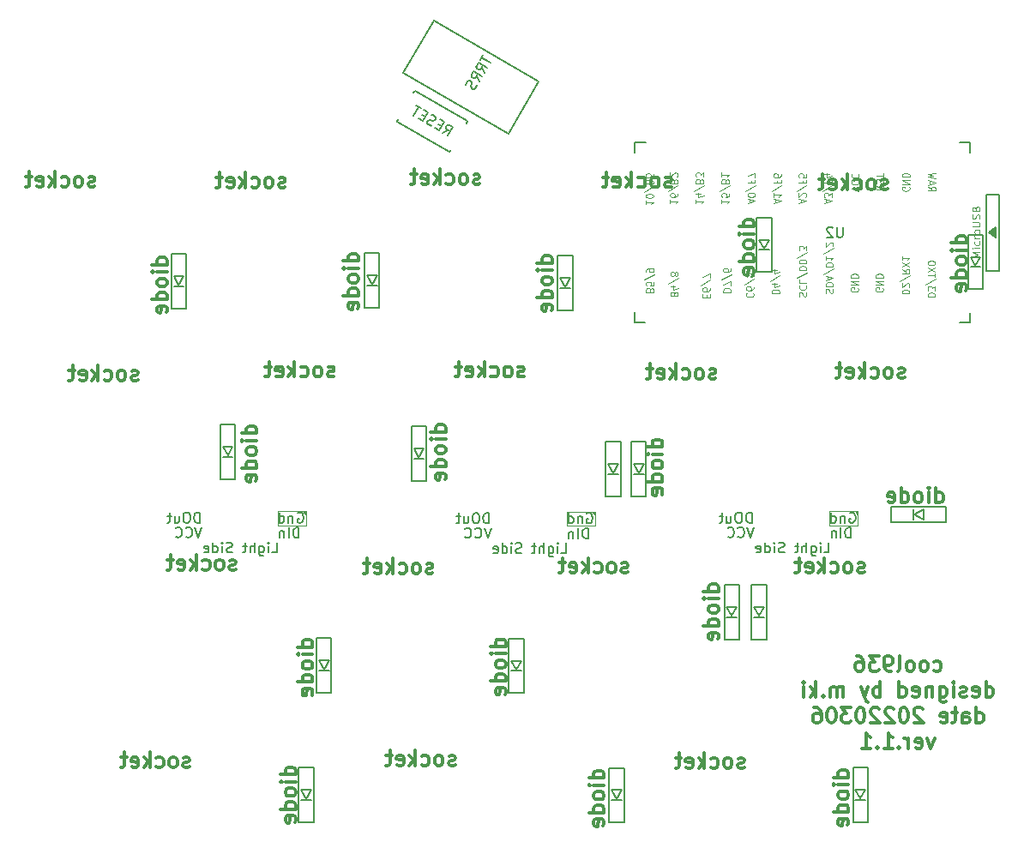
<source format=gbr>
G04 #@! TF.GenerationSoftware,KiCad,Pcbnew,(5.1.6-0-10_14)*
G04 #@! TF.CreationDate,2022-04-19T23:27:22+09:00*
G04 #@! TF.ProjectId,cool936,636f6f6c-3933-4362-9e6b-696361645f70,rev?*
G04 #@! TF.SameCoordinates,Original*
G04 #@! TF.FileFunction,Legend,Bot*
G04 #@! TF.FilePolarity,Positive*
%FSLAX46Y46*%
G04 Gerber Fmt 4.6, Leading zero omitted, Abs format (unit mm)*
G04 Created by KiCad (PCBNEW (5.1.6-0-10_14)) date 2022-04-19 23:27:22*
%MOMM*%
%LPD*%
G01*
G04 APERTURE LIST*
%ADD10C,0.300000*%
%ADD11C,0.150000*%
%ADD12C,0.100000*%
%ADD13C,0.120000*%
%ADD14C,0.125000*%
G04 APERTURE END LIST*
D10*
X255288571Y-53374285D02*
X253788571Y-53374285D01*
X255217142Y-53374285D02*
X255288571Y-53231428D01*
X255288571Y-52945714D01*
X255217142Y-52802857D01*
X255145714Y-52731428D01*
X255002857Y-52660000D01*
X254574285Y-52660000D01*
X254431428Y-52731428D01*
X254360000Y-52802857D01*
X254288571Y-52945714D01*
X254288571Y-53231428D01*
X254360000Y-53374285D01*
X255288571Y-54088571D02*
X254288571Y-54088571D01*
X253788571Y-54088571D02*
X253860000Y-54017142D01*
X253931428Y-54088571D01*
X253860000Y-54160000D01*
X253788571Y-54088571D01*
X253931428Y-54088571D01*
X255288571Y-55017142D02*
X255217142Y-54874285D01*
X255145714Y-54802857D01*
X255002857Y-54731428D01*
X254574285Y-54731428D01*
X254431428Y-54802857D01*
X254360000Y-54874285D01*
X254288571Y-55017142D01*
X254288571Y-55231428D01*
X254360000Y-55374285D01*
X254431428Y-55445714D01*
X254574285Y-55517142D01*
X255002857Y-55517142D01*
X255145714Y-55445714D01*
X255217142Y-55374285D01*
X255288571Y-55231428D01*
X255288571Y-55017142D01*
X255288571Y-56802857D02*
X253788571Y-56802857D01*
X255217142Y-56802857D02*
X255288571Y-56660000D01*
X255288571Y-56374285D01*
X255217142Y-56231428D01*
X255145714Y-56160000D01*
X255002857Y-56088571D01*
X254574285Y-56088571D01*
X254431428Y-56160000D01*
X254360000Y-56231428D01*
X254288571Y-56374285D01*
X254288571Y-56660000D01*
X254360000Y-56802857D01*
X255217142Y-58088571D02*
X255288571Y-57945714D01*
X255288571Y-57660000D01*
X255217142Y-57517142D01*
X255074285Y-57445714D01*
X254502857Y-57445714D01*
X254360000Y-57517142D01*
X254288571Y-57660000D01*
X254288571Y-57945714D01*
X254360000Y-58088571D01*
X254502857Y-58160000D01*
X254645714Y-58160000D01*
X254788571Y-57445714D01*
X233511428Y-33127142D02*
X233368571Y-33198571D01*
X233082857Y-33198571D01*
X232940000Y-33127142D01*
X232868571Y-32984285D01*
X232868571Y-32912857D01*
X232940000Y-32770000D01*
X233082857Y-32698571D01*
X233297142Y-32698571D01*
X233440000Y-32627142D01*
X233511428Y-32484285D01*
X233511428Y-32412857D01*
X233440000Y-32270000D01*
X233297142Y-32198571D01*
X233082857Y-32198571D01*
X232940000Y-32270000D01*
X232011428Y-33198571D02*
X232154285Y-33127142D01*
X232225714Y-33055714D01*
X232297142Y-32912857D01*
X232297142Y-32484285D01*
X232225714Y-32341428D01*
X232154285Y-32270000D01*
X232011428Y-32198571D01*
X231797142Y-32198571D01*
X231654285Y-32270000D01*
X231582857Y-32341428D01*
X231511428Y-32484285D01*
X231511428Y-32912857D01*
X231582857Y-33055714D01*
X231654285Y-33127142D01*
X231797142Y-33198571D01*
X232011428Y-33198571D01*
X230225714Y-33127142D02*
X230368571Y-33198571D01*
X230654285Y-33198571D01*
X230797142Y-33127142D01*
X230868571Y-33055714D01*
X230940000Y-32912857D01*
X230940000Y-32484285D01*
X230868571Y-32341428D01*
X230797142Y-32270000D01*
X230654285Y-32198571D01*
X230368571Y-32198571D01*
X230225714Y-32270000D01*
X229582857Y-33198571D02*
X229582857Y-31698571D01*
X229440000Y-32627142D02*
X229011428Y-33198571D01*
X229011428Y-32198571D02*
X229582857Y-32770000D01*
X227797142Y-33127142D02*
X227940000Y-33198571D01*
X228225714Y-33198571D01*
X228368571Y-33127142D01*
X228440000Y-32984285D01*
X228440000Y-32412857D01*
X228368571Y-32270000D01*
X228225714Y-32198571D01*
X227940000Y-32198571D01*
X227797142Y-32270000D01*
X227725714Y-32412857D01*
X227725714Y-32555714D01*
X228440000Y-32698571D01*
X227297142Y-32198571D02*
X226725714Y-32198571D01*
X227082857Y-31698571D02*
X227082857Y-32984285D01*
X227011428Y-33127142D01*
X226868571Y-33198571D01*
X226725714Y-33198571D01*
X256831428Y-33127142D02*
X256688571Y-33198571D01*
X256402857Y-33198571D01*
X256260000Y-33127142D01*
X256188571Y-32984285D01*
X256188571Y-32912857D01*
X256260000Y-32770000D01*
X256402857Y-32698571D01*
X256617142Y-32698571D01*
X256760000Y-32627142D01*
X256831428Y-32484285D01*
X256831428Y-32412857D01*
X256760000Y-32270000D01*
X256617142Y-32198571D01*
X256402857Y-32198571D01*
X256260000Y-32270000D01*
X255331428Y-33198571D02*
X255474285Y-33127142D01*
X255545714Y-33055714D01*
X255617142Y-32912857D01*
X255617142Y-32484285D01*
X255545714Y-32341428D01*
X255474285Y-32270000D01*
X255331428Y-32198571D01*
X255117142Y-32198571D01*
X254974285Y-32270000D01*
X254902857Y-32341428D01*
X254831428Y-32484285D01*
X254831428Y-32912857D01*
X254902857Y-33055714D01*
X254974285Y-33127142D01*
X255117142Y-33198571D01*
X255331428Y-33198571D01*
X253545714Y-33127142D02*
X253688571Y-33198571D01*
X253974285Y-33198571D01*
X254117142Y-33127142D01*
X254188571Y-33055714D01*
X254260000Y-32912857D01*
X254260000Y-32484285D01*
X254188571Y-32341428D01*
X254117142Y-32270000D01*
X253974285Y-32198571D01*
X253688571Y-32198571D01*
X253545714Y-32270000D01*
X252902857Y-33198571D02*
X252902857Y-31698571D01*
X252760000Y-32627142D02*
X252331428Y-33198571D01*
X252331428Y-32198571D02*
X252902857Y-32770000D01*
X251117142Y-33127142D02*
X251260000Y-33198571D01*
X251545714Y-33198571D01*
X251688571Y-33127142D01*
X251760000Y-32984285D01*
X251760000Y-32412857D01*
X251688571Y-32270000D01*
X251545714Y-32198571D01*
X251260000Y-32198571D01*
X251117142Y-32270000D01*
X251045714Y-32412857D01*
X251045714Y-32555714D01*
X251760000Y-32698571D01*
X250617142Y-32198571D02*
X250045714Y-32198571D01*
X250402857Y-31698571D02*
X250402857Y-32984285D01*
X250331428Y-33127142D01*
X250188571Y-33198571D01*
X250045714Y-33198571D01*
X218881428Y5232857D02*
X218738571Y5161428D01*
X218452857Y5161428D01*
X218310000Y5232857D01*
X218238571Y5375714D01*
X218238571Y5447142D01*
X218310000Y5590000D01*
X218452857Y5661428D01*
X218667142Y5661428D01*
X218810000Y5732857D01*
X218881428Y5875714D01*
X218881428Y5947142D01*
X218810000Y6090000D01*
X218667142Y6161428D01*
X218452857Y6161428D01*
X218310000Y6090000D01*
X217381428Y5161428D02*
X217524285Y5232857D01*
X217595714Y5304285D01*
X217667142Y5447142D01*
X217667142Y5875714D01*
X217595714Y6018571D01*
X217524285Y6090000D01*
X217381428Y6161428D01*
X217167142Y6161428D01*
X217024285Y6090000D01*
X216952857Y6018571D01*
X216881428Y5875714D01*
X216881428Y5447142D01*
X216952857Y5304285D01*
X217024285Y5232857D01*
X217167142Y5161428D01*
X217381428Y5161428D01*
X215595714Y5232857D02*
X215738571Y5161428D01*
X216024285Y5161428D01*
X216167142Y5232857D01*
X216238571Y5304285D01*
X216310000Y5447142D01*
X216310000Y5875714D01*
X216238571Y6018571D01*
X216167142Y6090000D01*
X216024285Y6161428D01*
X215738571Y6161428D01*
X215595714Y6090000D01*
X214952857Y5161428D02*
X214952857Y6661428D01*
X214810000Y5732857D02*
X214381428Y5161428D01*
X214381428Y6161428D02*
X214952857Y5590000D01*
X213167142Y5232857D02*
X213310000Y5161428D01*
X213595714Y5161428D01*
X213738571Y5232857D01*
X213810000Y5375714D01*
X213810000Y5947142D01*
X213738571Y6090000D01*
X213595714Y6161428D01*
X213310000Y6161428D01*
X213167142Y6090000D01*
X213095714Y5947142D01*
X213095714Y5804285D01*
X213810000Y5661428D01*
X212667142Y6161428D02*
X212095714Y6161428D01*
X212452857Y6661428D02*
X212452857Y5375714D01*
X212381428Y5232857D01*
X212238571Y5161428D01*
X212095714Y5161428D01*
X223271428Y-13747142D02*
X223128571Y-13818571D01*
X222842857Y-13818571D01*
X222700000Y-13747142D01*
X222628571Y-13604285D01*
X222628571Y-13532857D01*
X222700000Y-13390000D01*
X222842857Y-13318571D01*
X223057142Y-13318571D01*
X223200000Y-13247142D01*
X223271428Y-13104285D01*
X223271428Y-13032857D01*
X223200000Y-12890000D01*
X223057142Y-12818571D01*
X222842857Y-12818571D01*
X222700000Y-12890000D01*
X221771428Y-13818571D02*
X221914285Y-13747142D01*
X221985714Y-13675714D01*
X222057142Y-13532857D01*
X222057142Y-13104285D01*
X221985714Y-12961428D01*
X221914285Y-12890000D01*
X221771428Y-12818571D01*
X221557142Y-12818571D01*
X221414285Y-12890000D01*
X221342857Y-12961428D01*
X221271428Y-13104285D01*
X221271428Y-13532857D01*
X221342857Y-13675714D01*
X221414285Y-13747142D01*
X221557142Y-13818571D01*
X221771428Y-13818571D01*
X219985714Y-13747142D02*
X220128571Y-13818571D01*
X220414285Y-13818571D01*
X220557142Y-13747142D01*
X220628571Y-13675714D01*
X220700000Y-13532857D01*
X220700000Y-13104285D01*
X220628571Y-12961428D01*
X220557142Y-12890000D01*
X220414285Y-12818571D01*
X220128571Y-12818571D01*
X219985714Y-12890000D01*
X219342857Y-13818571D02*
X219342857Y-12318571D01*
X219200000Y-13247142D02*
X218771428Y-13818571D01*
X218771428Y-12818571D02*
X219342857Y-13390000D01*
X217557142Y-13747142D02*
X217700000Y-13818571D01*
X217985714Y-13818571D01*
X218128571Y-13747142D01*
X218200000Y-13604285D01*
X218200000Y-13032857D01*
X218128571Y-12890000D01*
X217985714Y-12818571D01*
X217700000Y-12818571D01*
X217557142Y-12890000D01*
X217485714Y-13032857D01*
X217485714Y-13175714D01*
X218200000Y-13318571D01*
X217057142Y-12818571D02*
X216485714Y-12818571D01*
X216842857Y-12318571D02*
X216842857Y-13604285D01*
X216771428Y-13747142D01*
X216628571Y-13818571D01*
X216485714Y-13818571D01*
X214231428Y-33197142D02*
X214088571Y-33268571D01*
X213802857Y-33268571D01*
X213660000Y-33197142D01*
X213588571Y-33054285D01*
X213588571Y-32982857D01*
X213660000Y-32840000D01*
X213802857Y-32768571D01*
X214017142Y-32768571D01*
X214160000Y-32697142D01*
X214231428Y-32554285D01*
X214231428Y-32482857D01*
X214160000Y-32340000D01*
X214017142Y-32268571D01*
X213802857Y-32268571D01*
X213660000Y-32340000D01*
X212731428Y-33268571D02*
X212874285Y-33197142D01*
X212945714Y-33125714D01*
X213017142Y-32982857D01*
X213017142Y-32554285D01*
X212945714Y-32411428D01*
X212874285Y-32340000D01*
X212731428Y-32268571D01*
X212517142Y-32268571D01*
X212374285Y-32340000D01*
X212302857Y-32411428D01*
X212231428Y-32554285D01*
X212231428Y-32982857D01*
X212302857Y-33125714D01*
X212374285Y-33197142D01*
X212517142Y-33268571D01*
X212731428Y-33268571D01*
X210945714Y-33197142D02*
X211088571Y-33268571D01*
X211374285Y-33268571D01*
X211517142Y-33197142D01*
X211588571Y-33125714D01*
X211660000Y-32982857D01*
X211660000Y-32554285D01*
X211588571Y-32411428D01*
X211517142Y-32340000D01*
X211374285Y-32268571D01*
X211088571Y-32268571D01*
X210945714Y-32340000D01*
X210302857Y-33268571D02*
X210302857Y-31768571D01*
X210160000Y-32697142D02*
X209731428Y-33268571D01*
X209731428Y-32268571D02*
X210302857Y-32840000D01*
X208517142Y-33197142D02*
X208660000Y-33268571D01*
X208945714Y-33268571D01*
X209088571Y-33197142D01*
X209160000Y-33054285D01*
X209160000Y-32482857D01*
X209088571Y-32340000D01*
X208945714Y-32268571D01*
X208660000Y-32268571D01*
X208517142Y-32340000D01*
X208445714Y-32482857D01*
X208445714Y-32625714D01*
X209160000Y-32768571D01*
X208017142Y-32268571D02*
X207445714Y-32268571D01*
X207802857Y-31768571D02*
X207802857Y-33054285D01*
X207731428Y-33197142D01*
X207588571Y-33268571D01*
X207445714Y-33268571D01*
X237801428Y4962857D02*
X237658571Y4891428D01*
X237372857Y4891428D01*
X237230000Y4962857D01*
X237158571Y5105714D01*
X237158571Y5177142D01*
X237230000Y5320000D01*
X237372857Y5391428D01*
X237587142Y5391428D01*
X237730000Y5462857D01*
X237801428Y5605714D01*
X237801428Y5677142D01*
X237730000Y5820000D01*
X237587142Y5891428D01*
X237372857Y5891428D01*
X237230000Y5820000D01*
X236301428Y4891428D02*
X236444285Y4962857D01*
X236515714Y5034285D01*
X236587142Y5177142D01*
X236587142Y5605714D01*
X236515714Y5748571D01*
X236444285Y5820000D01*
X236301428Y5891428D01*
X236087142Y5891428D01*
X235944285Y5820000D01*
X235872857Y5748571D01*
X235801428Y5605714D01*
X235801428Y5177142D01*
X235872857Y5034285D01*
X235944285Y4962857D01*
X236087142Y4891428D01*
X236301428Y4891428D01*
X234515714Y4962857D02*
X234658571Y4891428D01*
X234944285Y4891428D01*
X235087142Y4962857D01*
X235158571Y5034285D01*
X235230000Y5177142D01*
X235230000Y5605714D01*
X235158571Y5748571D01*
X235087142Y5820000D01*
X234944285Y5891428D01*
X234658571Y5891428D01*
X234515714Y5820000D01*
X233872857Y4891428D02*
X233872857Y6391428D01*
X233730000Y5462857D02*
X233301428Y4891428D01*
X233301428Y5891428D02*
X233872857Y5320000D01*
X232087142Y4962857D02*
X232230000Y4891428D01*
X232515714Y4891428D01*
X232658571Y4962857D01*
X232730000Y5105714D01*
X232730000Y5677142D01*
X232658571Y5820000D01*
X232515714Y5891428D01*
X232230000Y5891428D01*
X232087142Y5820000D01*
X232015714Y5677142D01*
X232015714Y5534285D01*
X232730000Y5391428D01*
X231587142Y5891428D02*
X231015714Y5891428D01*
X231372857Y6391428D02*
X231372857Y5105714D01*
X231301428Y4962857D01*
X231158571Y4891428D01*
X231015714Y4891428D01*
X236928571Y-20744285D02*
X235428571Y-20744285D01*
X236857142Y-20744285D02*
X236928571Y-20601428D01*
X236928571Y-20315714D01*
X236857142Y-20172857D01*
X236785714Y-20101428D01*
X236642857Y-20030000D01*
X236214285Y-20030000D01*
X236071428Y-20101428D01*
X236000000Y-20172857D01*
X235928571Y-20315714D01*
X235928571Y-20601428D01*
X236000000Y-20744285D01*
X236928571Y-21458571D02*
X235928571Y-21458571D01*
X235428571Y-21458571D02*
X235500000Y-21387142D01*
X235571428Y-21458571D01*
X235500000Y-21530000D01*
X235428571Y-21458571D01*
X235571428Y-21458571D01*
X236928571Y-22387142D02*
X236857142Y-22244285D01*
X236785714Y-22172857D01*
X236642857Y-22101428D01*
X236214285Y-22101428D01*
X236071428Y-22172857D01*
X236000000Y-22244285D01*
X235928571Y-22387142D01*
X235928571Y-22601428D01*
X236000000Y-22744285D01*
X236071428Y-22815714D01*
X236214285Y-22887142D01*
X236642857Y-22887142D01*
X236785714Y-22815714D01*
X236857142Y-22744285D01*
X236928571Y-22601428D01*
X236928571Y-22387142D01*
X236928571Y-24172857D02*
X235428571Y-24172857D01*
X236857142Y-24172857D02*
X236928571Y-24030000D01*
X236928571Y-23744285D01*
X236857142Y-23601428D01*
X236785714Y-23530000D01*
X236642857Y-23458571D01*
X236214285Y-23458571D01*
X236071428Y-23530000D01*
X236000000Y-23601428D01*
X235928571Y-23744285D01*
X235928571Y-24030000D01*
X236000000Y-24172857D01*
X236857142Y-25458571D02*
X236928571Y-25315714D01*
X236928571Y-25030000D01*
X236857142Y-24887142D01*
X236714285Y-24815714D01*
X236142857Y-24815714D01*
X236000000Y-24887142D01*
X235928571Y-25030000D01*
X235928571Y-25315714D01*
X236000000Y-25458571D01*
X236142857Y-25530000D01*
X236285714Y-25530000D01*
X236428571Y-24815714D01*
X260821428Y-13867142D02*
X260678571Y-13938571D01*
X260392857Y-13938571D01*
X260250000Y-13867142D01*
X260178571Y-13724285D01*
X260178571Y-13652857D01*
X260250000Y-13510000D01*
X260392857Y-13438571D01*
X260607142Y-13438571D01*
X260750000Y-13367142D01*
X260821428Y-13224285D01*
X260821428Y-13152857D01*
X260750000Y-13010000D01*
X260607142Y-12938571D01*
X260392857Y-12938571D01*
X260250000Y-13010000D01*
X259321428Y-13938571D02*
X259464285Y-13867142D01*
X259535714Y-13795714D01*
X259607142Y-13652857D01*
X259607142Y-13224285D01*
X259535714Y-13081428D01*
X259464285Y-13010000D01*
X259321428Y-12938571D01*
X259107142Y-12938571D01*
X258964285Y-13010000D01*
X258892857Y-13081428D01*
X258821428Y-13224285D01*
X258821428Y-13652857D01*
X258892857Y-13795714D01*
X258964285Y-13867142D01*
X259107142Y-13938571D01*
X259321428Y-13938571D01*
X257535714Y-13867142D02*
X257678571Y-13938571D01*
X257964285Y-13938571D01*
X258107142Y-13867142D01*
X258178571Y-13795714D01*
X258250000Y-13652857D01*
X258250000Y-13224285D01*
X258178571Y-13081428D01*
X258107142Y-13010000D01*
X257964285Y-12938571D01*
X257678571Y-12938571D01*
X257535714Y-13010000D01*
X256892857Y-13938571D02*
X256892857Y-12438571D01*
X256750000Y-13367142D02*
X256321428Y-13938571D01*
X256321428Y-12938571D02*
X256892857Y-13510000D01*
X255107142Y-13867142D02*
X255250000Y-13938571D01*
X255535714Y-13938571D01*
X255678571Y-13867142D01*
X255750000Y-13724285D01*
X255750000Y-13152857D01*
X255678571Y-13010000D01*
X255535714Y-12938571D01*
X255250000Y-12938571D01*
X255107142Y-13010000D01*
X255035714Y-13152857D01*
X255035714Y-13295714D01*
X255750000Y-13438571D01*
X254607142Y-12938571D02*
X254035714Y-12938571D01*
X254392857Y-12438571D02*
X254392857Y-13724285D01*
X254321428Y-13867142D01*
X254178571Y-13938571D01*
X254035714Y-13938571D01*
X196868571Y-19414285D02*
X195368571Y-19414285D01*
X196797142Y-19414285D02*
X196868571Y-19271428D01*
X196868571Y-18985714D01*
X196797142Y-18842857D01*
X196725714Y-18771428D01*
X196582857Y-18700000D01*
X196154285Y-18700000D01*
X196011428Y-18771428D01*
X195940000Y-18842857D01*
X195868571Y-18985714D01*
X195868571Y-19271428D01*
X195940000Y-19414285D01*
X196868571Y-20128571D02*
X195868571Y-20128571D01*
X195368571Y-20128571D02*
X195440000Y-20057142D01*
X195511428Y-20128571D01*
X195440000Y-20200000D01*
X195368571Y-20128571D01*
X195511428Y-20128571D01*
X196868571Y-21057142D02*
X196797142Y-20914285D01*
X196725714Y-20842857D01*
X196582857Y-20771428D01*
X196154285Y-20771428D01*
X196011428Y-20842857D01*
X195940000Y-20914285D01*
X195868571Y-21057142D01*
X195868571Y-21271428D01*
X195940000Y-21414285D01*
X196011428Y-21485714D01*
X196154285Y-21557142D01*
X196582857Y-21557142D01*
X196725714Y-21485714D01*
X196797142Y-21414285D01*
X196868571Y-21271428D01*
X196868571Y-21057142D01*
X196868571Y-22842857D02*
X195368571Y-22842857D01*
X196797142Y-22842857D02*
X196868571Y-22700000D01*
X196868571Y-22414285D01*
X196797142Y-22271428D01*
X196725714Y-22200000D01*
X196582857Y-22128571D01*
X196154285Y-22128571D01*
X196011428Y-22200000D01*
X195940000Y-22271428D01*
X195868571Y-22414285D01*
X195868571Y-22700000D01*
X195940000Y-22842857D01*
X196797142Y-24128571D02*
X196868571Y-23985714D01*
X196868571Y-23700000D01*
X196797142Y-23557142D01*
X196654285Y-23485714D01*
X196082857Y-23485714D01*
X195940000Y-23557142D01*
X195868571Y-23700000D01*
X195868571Y-23985714D01*
X195940000Y-24128571D01*
X196082857Y-24200000D01*
X196225714Y-24200000D01*
X196368571Y-23485714D01*
X200698571Y-53084285D02*
X199198571Y-53084285D01*
X200627142Y-53084285D02*
X200698571Y-52941428D01*
X200698571Y-52655714D01*
X200627142Y-52512857D01*
X200555714Y-52441428D01*
X200412857Y-52370000D01*
X199984285Y-52370000D01*
X199841428Y-52441428D01*
X199770000Y-52512857D01*
X199698571Y-52655714D01*
X199698571Y-52941428D01*
X199770000Y-53084285D01*
X200698571Y-53798571D02*
X199698571Y-53798571D01*
X199198571Y-53798571D02*
X199270000Y-53727142D01*
X199341428Y-53798571D01*
X199270000Y-53870000D01*
X199198571Y-53798571D01*
X199341428Y-53798571D01*
X200698571Y-54727142D02*
X200627142Y-54584285D01*
X200555714Y-54512857D01*
X200412857Y-54441428D01*
X199984285Y-54441428D01*
X199841428Y-54512857D01*
X199770000Y-54584285D01*
X199698571Y-54727142D01*
X199698571Y-54941428D01*
X199770000Y-55084285D01*
X199841428Y-55155714D01*
X199984285Y-55227142D01*
X200412857Y-55227142D01*
X200555714Y-55155714D01*
X200627142Y-55084285D01*
X200698571Y-54941428D01*
X200698571Y-54727142D01*
X200698571Y-56512857D02*
X199198571Y-56512857D01*
X200627142Y-56512857D02*
X200698571Y-56370000D01*
X200698571Y-56084285D01*
X200627142Y-55941428D01*
X200555714Y-55870000D01*
X200412857Y-55798571D01*
X199984285Y-55798571D01*
X199841428Y-55870000D01*
X199770000Y-55941428D01*
X199698571Y-56084285D01*
X199698571Y-56370000D01*
X199770000Y-56512857D01*
X200627142Y-57798571D02*
X200698571Y-57655714D01*
X200698571Y-57370000D01*
X200627142Y-57227142D01*
X200484285Y-57155714D01*
X199912857Y-57155714D01*
X199770000Y-57227142D01*
X199698571Y-57370000D01*
X199698571Y-57655714D01*
X199770000Y-57798571D01*
X199912857Y-57870000D01*
X200055714Y-57870000D01*
X200198571Y-57155714D01*
X194811428Y-32817142D02*
X194668571Y-32888571D01*
X194382857Y-32888571D01*
X194240000Y-32817142D01*
X194168571Y-32674285D01*
X194168571Y-32602857D01*
X194240000Y-32460000D01*
X194382857Y-32388571D01*
X194597142Y-32388571D01*
X194740000Y-32317142D01*
X194811428Y-32174285D01*
X194811428Y-32102857D01*
X194740000Y-31960000D01*
X194597142Y-31888571D01*
X194382857Y-31888571D01*
X194240000Y-31960000D01*
X193311428Y-32888571D02*
X193454285Y-32817142D01*
X193525714Y-32745714D01*
X193597142Y-32602857D01*
X193597142Y-32174285D01*
X193525714Y-32031428D01*
X193454285Y-31960000D01*
X193311428Y-31888571D01*
X193097142Y-31888571D01*
X192954285Y-31960000D01*
X192882857Y-32031428D01*
X192811428Y-32174285D01*
X192811428Y-32602857D01*
X192882857Y-32745714D01*
X192954285Y-32817142D01*
X193097142Y-32888571D01*
X193311428Y-32888571D01*
X191525714Y-32817142D02*
X191668571Y-32888571D01*
X191954285Y-32888571D01*
X192097142Y-32817142D01*
X192168571Y-32745714D01*
X192240000Y-32602857D01*
X192240000Y-32174285D01*
X192168571Y-32031428D01*
X192097142Y-31960000D01*
X191954285Y-31888571D01*
X191668571Y-31888571D01*
X191525714Y-31960000D01*
X190882857Y-32888571D02*
X190882857Y-31388571D01*
X190740000Y-32317142D02*
X190311428Y-32888571D01*
X190311428Y-31888571D02*
X190882857Y-32460000D01*
X189097142Y-32817142D02*
X189240000Y-32888571D01*
X189525714Y-32888571D01*
X189668571Y-32817142D01*
X189740000Y-32674285D01*
X189740000Y-32102857D01*
X189668571Y-31960000D01*
X189525714Y-31888571D01*
X189240000Y-31888571D01*
X189097142Y-31960000D01*
X189025714Y-32102857D01*
X189025714Y-32245714D01*
X189740000Y-32388571D01*
X188597142Y-31888571D02*
X188025714Y-31888571D01*
X188382857Y-31388571D02*
X188382857Y-32674285D01*
X188311428Y-32817142D01*
X188168571Y-32888571D01*
X188025714Y-32888571D01*
X199671428Y4922857D02*
X199528571Y4851428D01*
X199242857Y4851428D01*
X199100000Y4922857D01*
X199028571Y5065714D01*
X199028571Y5137142D01*
X199100000Y5280000D01*
X199242857Y5351428D01*
X199457142Y5351428D01*
X199600000Y5422857D01*
X199671428Y5565714D01*
X199671428Y5637142D01*
X199600000Y5780000D01*
X199457142Y5851428D01*
X199242857Y5851428D01*
X199100000Y5780000D01*
X198171428Y4851428D02*
X198314285Y4922857D01*
X198385714Y4994285D01*
X198457142Y5137142D01*
X198457142Y5565714D01*
X198385714Y5708571D01*
X198314285Y5780000D01*
X198171428Y5851428D01*
X197957142Y5851428D01*
X197814285Y5780000D01*
X197742857Y5708571D01*
X197671428Y5565714D01*
X197671428Y5137142D01*
X197742857Y4994285D01*
X197814285Y4922857D01*
X197957142Y4851428D01*
X198171428Y4851428D01*
X196385714Y4922857D02*
X196528571Y4851428D01*
X196814285Y4851428D01*
X196957142Y4922857D01*
X197028571Y4994285D01*
X197100000Y5137142D01*
X197100000Y5565714D01*
X197028571Y5708571D01*
X196957142Y5780000D01*
X196814285Y5851428D01*
X196528571Y5851428D01*
X196385714Y5780000D01*
X195742857Y4851428D02*
X195742857Y6351428D01*
X195600000Y5422857D02*
X195171428Y4851428D01*
X195171428Y5851428D02*
X195742857Y5280000D01*
X193957142Y4922857D02*
X194100000Y4851428D01*
X194385714Y4851428D01*
X194528571Y4922857D01*
X194600000Y5065714D01*
X194600000Y5637142D01*
X194528571Y5780000D01*
X194385714Y5851428D01*
X194100000Y5851428D01*
X193957142Y5780000D01*
X193885714Y5637142D01*
X193885714Y5494285D01*
X194600000Y5351428D01*
X193457142Y5851428D02*
X192885714Y5851428D01*
X193242857Y6351428D02*
X193242857Y5065714D01*
X193171428Y4922857D01*
X193028571Y4851428D01*
X192885714Y4851428D01*
X259141428Y4722857D02*
X258998571Y4651428D01*
X258712857Y4651428D01*
X258570000Y4722857D01*
X258498571Y4865714D01*
X258498571Y4937142D01*
X258570000Y5080000D01*
X258712857Y5151428D01*
X258927142Y5151428D01*
X259070000Y5222857D01*
X259141428Y5365714D01*
X259141428Y5437142D01*
X259070000Y5580000D01*
X258927142Y5651428D01*
X258712857Y5651428D01*
X258570000Y5580000D01*
X257641428Y4651428D02*
X257784285Y4722857D01*
X257855714Y4794285D01*
X257927142Y4937142D01*
X257927142Y5365714D01*
X257855714Y5508571D01*
X257784285Y5580000D01*
X257641428Y5651428D01*
X257427142Y5651428D01*
X257284285Y5580000D01*
X257212857Y5508571D01*
X257141428Y5365714D01*
X257141428Y4937142D01*
X257212857Y4794285D01*
X257284285Y4722857D01*
X257427142Y4651428D01*
X257641428Y4651428D01*
X255855714Y4722857D02*
X255998571Y4651428D01*
X256284285Y4651428D01*
X256427142Y4722857D01*
X256498571Y4794285D01*
X256570000Y4937142D01*
X256570000Y5365714D01*
X256498571Y5508571D01*
X256427142Y5580000D01*
X256284285Y5651428D01*
X255998571Y5651428D01*
X255855714Y5580000D01*
X255212857Y4651428D02*
X255212857Y6151428D01*
X255070000Y5222857D02*
X254641428Y4651428D01*
X254641428Y5651428D02*
X255212857Y5080000D01*
X253427142Y4722857D02*
X253570000Y4651428D01*
X253855714Y4651428D01*
X253998571Y4722857D01*
X254070000Y4865714D01*
X254070000Y5437142D01*
X253998571Y5580000D01*
X253855714Y5651428D01*
X253570000Y5651428D01*
X253427142Y5580000D01*
X253355714Y5437142D01*
X253355714Y5294285D01*
X254070000Y5151428D01*
X252927142Y5651428D02*
X252355714Y5651428D01*
X252712857Y6151428D02*
X252712857Y4865714D01*
X252641428Y4722857D01*
X252498571Y4651428D01*
X252355714Y4651428D01*
X263715714Y-42812142D02*
X263858571Y-42883571D01*
X264144285Y-42883571D01*
X264287142Y-42812142D01*
X264358571Y-42740714D01*
X264430000Y-42597857D01*
X264430000Y-42169285D01*
X264358571Y-42026428D01*
X264287142Y-41955000D01*
X264144285Y-41883571D01*
X263858571Y-41883571D01*
X263715714Y-41955000D01*
X262858571Y-42883571D02*
X263001428Y-42812142D01*
X263072857Y-42740714D01*
X263144285Y-42597857D01*
X263144285Y-42169285D01*
X263072857Y-42026428D01*
X263001428Y-41955000D01*
X262858571Y-41883571D01*
X262644285Y-41883571D01*
X262501428Y-41955000D01*
X262430000Y-42026428D01*
X262358571Y-42169285D01*
X262358571Y-42597857D01*
X262430000Y-42740714D01*
X262501428Y-42812142D01*
X262644285Y-42883571D01*
X262858571Y-42883571D01*
X261501428Y-42883571D02*
X261644285Y-42812142D01*
X261715714Y-42740714D01*
X261787142Y-42597857D01*
X261787142Y-42169285D01*
X261715714Y-42026428D01*
X261644285Y-41955000D01*
X261501428Y-41883571D01*
X261287142Y-41883571D01*
X261144285Y-41955000D01*
X261072857Y-42026428D01*
X261001428Y-42169285D01*
X261001428Y-42597857D01*
X261072857Y-42740714D01*
X261144285Y-42812142D01*
X261287142Y-42883571D01*
X261501428Y-42883571D01*
X260144285Y-42883571D02*
X260287142Y-42812142D01*
X260358571Y-42669285D01*
X260358571Y-41383571D01*
X259501428Y-42883571D02*
X259215714Y-42883571D01*
X259072857Y-42812142D01*
X259001428Y-42740714D01*
X258858571Y-42526428D01*
X258787142Y-42240714D01*
X258787142Y-41669285D01*
X258858571Y-41526428D01*
X258930000Y-41455000D01*
X259072857Y-41383571D01*
X259358571Y-41383571D01*
X259501428Y-41455000D01*
X259572857Y-41526428D01*
X259644285Y-41669285D01*
X259644285Y-42026428D01*
X259572857Y-42169285D01*
X259501428Y-42240714D01*
X259358571Y-42312142D01*
X259072857Y-42312142D01*
X258930000Y-42240714D01*
X258858571Y-42169285D01*
X258787142Y-42026428D01*
X258287142Y-41383571D02*
X257358571Y-41383571D01*
X257858571Y-41955000D01*
X257644285Y-41955000D01*
X257501428Y-42026428D01*
X257430000Y-42097857D01*
X257358571Y-42240714D01*
X257358571Y-42597857D01*
X257430000Y-42740714D01*
X257501428Y-42812142D01*
X257644285Y-42883571D01*
X258072857Y-42883571D01*
X258215714Y-42812142D01*
X258287142Y-42740714D01*
X256072857Y-41383571D02*
X256358571Y-41383571D01*
X256501428Y-41455000D01*
X256572857Y-41526428D01*
X256715714Y-41740714D01*
X256787142Y-42026428D01*
X256787142Y-42597857D01*
X256715714Y-42740714D01*
X256644285Y-42812142D01*
X256501428Y-42883571D01*
X256215714Y-42883571D01*
X256072857Y-42812142D01*
X256001428Y-42740714D01*
X255930000Y-42597857D01*
X255930000Y-42240714D01*
X256001428Y-42097857D01*
X256072857Y-42026428D01*
X256215714Y-41955000D01*
X256501428Y-41955000D01*
X256644285Y-42026428D01*
X256715714Y-42097857D01*
X256787142Y-42240714D01*
X268858571Y-45433571D02*
X268858571Y-43933571D01*
X268858571Y-45362142D02*
X269001428Y-45433571D01*
X269287142Y-45433571D01*
X269430000Y-45362142D01*
X269501428Y-45290714D01*
X269572857Y-45147857D01*
X269572857Y-44719285D01*
X269501428Y-44576428D01*
X269430000Y-44505000D01*
X269287142Y-44433571D01*
X269001428Y-44433571D01*
X268858571Y-44505000D01*
X267572857Y-45362142D02*
X267715714Y-45433571D01*
X268001428Y-45433571D01*
X268144285Y-45362142D01*
X268215714Y-45219285D01*
X268215714Y-44647857D01*
X268144285Y-44505000D01*
X268001428Y-44433571D01*
X267715714Y-44433571D01*
X267572857Y-44505000D01*
X267501428Y-44647857D01*
X267501428Y-44790714D01*
X268215714Y-44933571D01*
X266930000Y-45362142D02*
X266787142Y-45433571D01*
X266501428Y-45433571D01*
X266358571Y-45362142D01*
X266287142Y-45219285D01*
X266287142Y-45147857D01*
X266358571Y-45005000D01*
X266501428Y-44933571D01*
X266715714Y-44933571D01*
X266858571Y-44862142D01*
X266930000Y-44719285D01*
X266930000Y-44647857D01*
X266858571Y-44505000D01*
X266715714Y-44433571D01*
X266501428Y-44433571D01*
X266358571Y-44505000D01*
X265644285Y-45433571D02*
X265644285Y-44433571D01*
X265644285Y-43933571D02*
X265715714Y-44005000D01*
X265644285Y-44076428D01*
X265572857Y-44005000D01*
X265644285Y-43933571D01*
X265644285Y-44076428D01*
X264287142Y-44433571D02*
X264287142Y-45647857D01*
X264358571Y-45790714D01*
X264430000Y-45862142D01*
X264572857Y-45933571D01*
X264787142Y-45933571D01*
X264930000Y-45862142D01*
X264287142Y-45362142D02*
X264430000Y-45433571D01*
X264715714Y-45433571D01*
X264858571Y-45362142D01*
X264930000Y-45290714D01*
X265001428Y-45147857D01*
X265001428Y-44719285D01*
X264930000Y-44576428D01*
X264858571Y-44505000D01*
X264715714Y-44433571D01*
X264430000Y-44433571D01*
X264287142Y-44505000D01*
X263572857Y-44433571D02*
X263572857Y-45433571D01*
X263572857Y-44576428D02*
X263501428Y-44505000D01*
X263358571Y-44433571D01*
X263144285Y-44433571D01*
X263001428Y-44505000D01*
X262930000Y-44647857D01*
X262930000Y-45433571D01*
X261644285Y-45362142D02*
X261787142Y-45433571D01*
X262072857Y-45433571D01*
X262215714Y-45362142D01*
X262287142Y-45219285D01*
X262287142Y-44647857D01*
X262215714Y-44505000D01*
X262072857Y-44433571D01*
X261787142Y-44433571D01*
X261644285Y-44505000D01*
X261572857Y-44647857D01*
X261572857Y-44790714D01*
X262287142Y-44933571D01*
X260287142Y-45433571D02*
X260287142Y-43933571D01*
X260287142Y-45362142D02*
X260430000Y-45433571D01*
X260715714Y-45433571D01*
X260858571Y-45362142D01*
X260930000Y-45290714D01*
X261001428Y-45147857D01*
X261001428Y-44719285D01*
X260930000Y-44576428D01*
X260858571Y-44505000D01*
X260715714Y-44433571D01*
X260430000Y-44433571D01*
X260287142Y-44505000D01*
X258430000Y-45433571D02*
X258430000Y-43933571D01*
X258430000Y-44505000D02*
X258287142Y-44433571D01*
X258001428Y-44433571D01*
X257858571Y-44505000D01*
X257787142Y-44576428D01*
X257715714Y-44719285D01*
X257715714Y-45147857D01*
X257787142Y-45290714D01*
X257858571Y-45362142D01*
X258001428Y-45433571D01*
X258287142Y-45433571D01*
X258430000Y-45362142D01*
X257215714Y-44433571D02*
X256858571Y-45433571D01*
X256501428Y-44433571D02*
X256858571Y-45433571D01*
X257001428Y-45790714D01*
X257072857Y-45862142D01*
X257215714Y-45933571D01*
X254787142Y-45433571D02*
X254787142Y-44433571D01*
X254787142Y-44576428D02*
X254715714Y-44505000D01*
X254572857Y-44433571D01*
X254358571Y-44433571D01*
X254215714Y-44505000D01*
X254144285Y-44647857D01*
X254144285Y-45433571D01*
X254144285Y-44647857D02*
X254072857Y-44505000D01*
X253930000Y-44433571D01*
X253715714Y-44433571D01*
X253572857Y-44505000D01*
X253501428Y-44647857D01*
X253501428Y-45433571D01*
X252787142Y-45290714D02*
X252715714Y-45362142D01*
X252787142Y-45433571D01*
X252858571Y-45362142D01*
X252787142Y-45290714D01*
X252787142Y-45433571D01*
X252072857Y-45433571D02*
X252072857Y-43933571D01*
X251930000Y-44862142D02*
X251501428Y-45433571D01*
X251501428Y-44433571D02*
X252072857Y-45005000D01*
X250858571Y-45433571D02*
X250858571Y-44433571D01*
X250858571Y-43933571D02*
X250930000Y-44005000D01*
X250858571Y-44076428D01*
X250787142Y-44005000D01*
X250858571Y-43933571D01*
X250858571Y-44076428D01*
X267894285Y-47983571D02*
X267894285Y-46483571D01*
X267894285Y-47912142D02*
X268037142Y-47983571D01*
X268322857Y-47983571D01*
X268465714Y-47912142D01*
X268537142Y-47840714D01*
X268608571Y-47697857D01*
X268608571Y-47269285D01*
X268537142Y-47126428D01*
X268465714Y-47055000D01*
X268322857Y-46983571D01*
X268037142Y-46983571D01*
X267894285Y-47055000D01*
X266537142Y-47983571D02*
X266537142Y-47197857D01*
X266608571Y-47055000D01*
X266751428Y-46983571D01*
X267037142Y-46983571D01*
X267180000Y-47055000D01*
X266537142Y-47912142D02*
X266680000Y-47983571D01*
X267037142Y-47983571D01*
X267180000Y-47912142D01*
X267251428Y-47769285D01*
X267251428Y-47626428D01*
X267180000Y-47483571D01*
X267037142Y-47412142D01*
X266680000Y-47412142D01*
X266537142Y-47340714D01*
X266037142Y-46983571D02*
X265465714Y-46983571D01*
X265822857Y-46483571D02*
X265822857Y-47769285D01*
X265751428Y-47912142D01*
X265608571Y-47983571D01*
X265465714Y-47983571D01*
X264394285Y-47912142D02*
X264537142Y-47983571D01*
X264822857Y-47983571D01*
X264965714Y-47912142D01*
X265037142Y-47769285D01*
X265037142Y-47197857D01*
X264965714Y-47055000D01*
X264822857Y-46983571D01*
X264537142Y-46983571D01*
X264394285Y-47055000D01*
X264322857Y-47197857D01*
X264322857Y-47340714D01*
X265037142Y-47483571D01*
X262608571Y-46626428D02*
X262537142Y-46555000D01*
X262394285Y-46483571D01*
X262037142Y-46483571D01*
X261894285Y-46555000D01*
X261822857Y-46626428D01*
X261751428Y-46769285D01*
X261751428Y-46912142D01*
X261822857Y-47126428D01*
X262680000Y-47983571D01*
X261751428Y-47983571D01*
X260822857Y-46483571D02*
X260680000Y-46483571D01*
X260537142Y-46555000D01*
X260465714Y-46626428D01*
X260394285Y-46769285D01*
X260322857Y-47055000D01*
X260322857Y-47412142D01*
X260394285Y-47697857D01*
X260465714Y-47840714D01*
X260537142Y-47912142D01*
X260680000Y-47983571D01*
X260822857Y-47983571D01*
X260965714Y-47912142D01*
X261037142Y-47840714D01*
X261108571Y-47697857D01*
X261180000Y-47412142D01*
X261180000Y-47055000D01*
X261108571Y-46769285D01*
X261037142Y-46626428D01*
X260965714Y-46555000D01*
X260822857Y-46483571D01*
X259751428Y-46626428D02*
X259680000Y-46555000D01*
X259537142Y-46483571D01*
X259180000Y-46483571D01*
X259037142Y-46555000D01*
X258965714Y-46626428D01*
X258894285Y-46769285D01*
X258894285Y-46912142D01*
X258965714Y-47126428D01*
X259822857Y-47983571D01*
X258894285Y-47983571D01*
X258322857Y-46626428D02*
X258251428Y-46555000D01*
X258108571Y-46483571D01*
X257751428Y-46483571D01*
X257608571Y-46555000D01*
X257537142Y-46626428D01*
X257465714Y-46769285D01*
X257465714Y-46912142D01*
X257537142Y-47126428D01*
X258394285Y-47983571D01*
X257465714Y-47983571D01*
X256537142Y-46483571D02*
X256394285Y-46483571D01*
X256251428Y-46555000D01*
X256180000Y-46626428D01*
X256108571Y-46769285D01*
X256037142Y-47055000D01*
X256037142Y-47412142D01*
X256108571Y-47697857D01*
X256180000Y-47840714D01*
X256251428Y-47912142D01*
X256394285Y-47983571D01*
X256537142Y-47983571D01*
X256680000Y-47912142D01*
X256751428Y-47840714D01*
X256822857Y-47697857D01*
X256894285Y-47412142D01*
X256894285Y-47055000D01*
X256822857Y-46769285D01*
X256751428Y-46626428D01*
X256680000Y-46555000D01*
X256537142Y-46483571D01*
X255537142Y-46483571D02*
X254608571Y-46483571D01*
X255108571Y-47055000D01*
X254894285Y-47055000D01*
X254751428Y-47126428D01*
X254680000Y-47197857D01*
X254608571Y-47340714D01*
X254608571Y-47697857D01*
X254680000Y-47840714D01*
X254751428Y-47912142D01*
X254894285Y-47983571D01*
X255322857Y-47983571D01*
X255465714Y-47912142D01*
X255537142Y-47840714D01*
X253680000Y-46483571D02*
X253537142Y-46483571D01*
X253394285Y-46555000D01*
X253322857Y-46626428D01*
X253251428Y-46769285D01*
X253180000Y-47055000D01*
X253180000Y-47412142D01*
X253251428Y-47697857D01*
X253322857Y-47840714D01*
X253394285Y-47912142D01*
X253537142Y-47983571D01*
X253680000Y-47983571D01*
X253822857Y-47912142D01*
X253894285Y-47840714D01*
X253965714Y-47697857D01*
X254037142Y-47412142D01*
X254037142Y-47055000D01*
X253965714Y-46769285D01*
X253894285Y-46626428D01*
X253822857Y-46555000D01*
X253680000Y-46483571D01*
X251894285Y-46483571D02*
X252180000Y-46483571D01*
X252322857Y-46555000D01*
X252394285Y-46626428D01*
X252537142Y-46840714D01*
X252608571Y-47126428D01*
X252608571Y-47697857D01*
X252537142Y-47840714D01*
X252465714Y-47912142D01*
X252322857Y-47983571D01*
X252037142Y-47983571D01*
X251894285Y-47912142D01*
X251822857Y-47840714D01*
X251751428Y-47697857D01*
X251751428Y-47340714D01*
X251822857Y-47197857D01*
X251894285Y-47126428D01*
X252037142Y-47055000D01*
X252322857Y-47055000D01*
X252465714Y-47126428D01*
X252537142Y-47197857D01*
X252608571Y-47340714D01*
X263787142Y-49533571D02*
X263430000Y-50533571D01*
X263072857Y-49533571D01*
X261930000Y-50462142D02*
X262072857Y-50533571D01*
X262358571Y-50533571D01*
X262501428Y-50462142D01*
X262572857Y-50319285D01*
X262572857Y-49747857D01*
X262501428Y-49605000D01*
X262358571Y-49533571D01*
X262072857Y-49533571D01*
X261930000Y-49605000D01*
X261858571Y-49747857D01*
X261858571Y-49890714D01*
X262572857Y-50033571D01*
X261215714Y-50533571D02*
X261215714Y-49533571D01*
X261215714Y-49819285D02*
X261144285Y-49676428D01*
X261072857Y-49605000D01*
X260930000Y-49533571D01*
X260787142Y-49533571D01*
X260287142Y-50390714D02*
X260215714Y-50462142D01*
X260287142Y-50533571D01*
X260358571Y-50462142D01*
X260287142Y-50390714D01*
X260287142Y-50533571D01*
X258787142Y-50533571D02*
X259644285Y-50533571D01*
X259215714Y-50533571D02*
X259215714Y-49033571D01*
X259358571Y-49247857D01*
X259501428Y-49390714D01*
X259644285Y-49462142D01*
X258144285Y-50390714D02*
X258072857Y-50462142D01*
X258144285Y-50533571D01*
X258215714Y-50462142D01*
X258144285Y-50390714D01*
X258144285Y-50533571D01*
X256644285Y-50533571D02*
X257501428Y-50533571D01*
X257072857Y-50533571D02*
X257072857Y-49033571D01*
X257215714Y-49247857D01*
X257358571Y-49390714D01*
X257501428Y-49462142D01*
X185121428Y-14107142D02*
X184978571Y-14178571D01*
X184692857Y-14178571D01*
X184550000Y-14107142D01*
X184478571Y-13964285D01*
X184478571Y-13892857D01*
X184550000Y-13750000D01*
X184692857Y-13678571D01*
X184907142Y-13678571D01*
X185050000Y-13607142D01*
X185121428Y-13464285D01*
X185121428Y-13392857D01*
X185050000Y-13250000D01*
X184907142Y-13178571D01*
X184692857Y-13178571D01*
X184550000Y-13250000D01*
X183621428Y-14178571D02*
X183764285Y-14107142D01*
X183835714Y-14035714D01*
X183907142Y-13892857D01*
X183907142Y-13464285D01*
X183835714Y-13321428D01*
X183764285Y-13250000D01*
X183621428Y-13178571D01*
X183407142Y-13178571D01*
X183264285Y-13250000D01*
X183192857Y-13321428D01*
X183121428Y-13464285D01*
X183121428Y-13892857D01*
X183192857Y-14035714D01*
X183264285Y-14107142D01*
X183407142Y-14178571D01*
X183621428Y-14178571D01*
X181835714Y-14107142D02*
X181978571Y-14178571D01*
X182264285Y-14178571D01*
X182407142Y-14107142D01*
X182478571Y-14035714D01*
X182550000Y-13892857D01*
X182550000Y-13464285D01*
X182478571Y-13321428D01*
X182407142Y-13250000D01*
X182264285Y-13178571D01*
X181978571Y-13178571D01*
X181835714Y-13250000D01*
X181192857Y-14178571D02*
X181192857Y-12678571D01*
X181050000Y-13607142D02*
X180621428Y-14178571D01*
X180621428Y-13178571D02*
X181192857Y-13750000D01*
X179407142Y-14107142D02*
X179550000Y-14178571D01*
X179835714Y-14178571D01*
X179978571Y-14107142D01*
X180050000Y-13964285D01*
X180050000Y-13392857D01*
X179978571Y-13250000D01*
X179835714Y-13178571D01*
X179550000Y-13178571D01*
X179407142Y-13250000D01*
X179335714Y-13392857D01*
X179335714Y-13535714D01*
X180050000Y-13678571D01*
X178907142Y-13178571D02*
X178335714Y-13178571D01*
X178692857Y-12678571D02*
X178692857Y-13964285D01*
X178621428Y-14107142D01*
X178478571Y-14178571D01*
X178335714Y-14178571D01*
X242171428Y-13987142D02*
X242028571Y-14058571D01*
X241742857Y-14058571D01*
X241600000Y-13987142D01*
X241528571Y-13844285D01*
X241528571Y-13772857D01*
X241600000Y-13630000D01*
X241742857Y-13558571D01*
X241957142Y-13558571D01*
X242100000Y-13487142D01*
X242171428Y-13344285D01*
X242171428Y-13272857D01*
X242100000Y-13130000D01*
X241957142Y-13058571D01*
X241742857Y-13058571D01*
X241600000Y-13130000D01*
X240671428Y-14058571D02*
X240814285Y-13987142D01*
X240885714Y-13915714D01*
X240957142Y-13772857D01*
X240957142Y-13344285D01*
X240885714Y-13201428D01*
X240814285Y-13130000D01*
X240671428Y-13058571D01*
X240457142Y-13058571D01*
X240314285Y-13130000D01*
X240242857Y-13201428D01*
X240171428Y-13344285D01*
X240171428Y-13772857D01*
X240242857Y-13915714D01*
X240314285Y-13987142D01*
X240457142Y-14058571D01*
X240671428Y-14058571D01*
X238885714Y-13987142D02*
X239028571Y-14058571D01*
X239314285Y-14058571D01*
X239457142Y-13987142D01*
X239528571Y-13915714D01*
X239600000Y-13772857D01*
X239600000Y-13344285D01*
X239528571Y-13201428D01*
X239457142Y-13130000D01*
X239314285Y-13058571D01*
X239028571Y-13058571D01*
X238885714Y-13130000D01*
X238242857Y-14058571D02*
X238242857Y-12558571D01*
X238100000Y-13487142D02*
X237671428Y-14058571D01*
X237671428Y-13058571D02*
X238242857Y-13630000D01*
X236457142Y-13987142D02*
X236600000Y-14058571D01*
X236885714Y-14058571D01*
X237028571Y-13987142D01*
X237100000Y-13844285D01*
X237100000Y-13272857D01*
X237028571Y-13130000D01*
X236885714Y-13058571D01*
X236600000Y-13058571D01*
X236457142Y-13130000D01*
X236385714Y-13272857D01*
X236385714Y-13415714D01*
X237100000Y-13558571D01*
X235957142Y-13058571D02*
X235385714Y-13058571D01*
X235742857Y-12558571D02*
X235742857Y-13844285D01*
X235671428Y-13987142D01*
X235528571Y-14058571D01*
X235385714Y-14058571D01*
X266958571Y-604285D02*
X265458571Y-604285D01*
X266887142Y-604285D02*
X266958571Y-461428D01*
X266958571Y-175714D01*
X266887142Y-32857D01*
X266815714Y38571D01*
X266672857Y110000D01*
X266244285Y110000D01*
X266101428Y38571D01*
X266030000Y-32857D01*
X265958571Y-175714D01*
X265958571Y-461428D01*
X266030000Y-604285D01*
X266958571Y-1318571D02*
X265958571Y-1318571D01*
X265458571Y-1318571D02*
X265530000Y-1247142D01*
X265601428Y-1318571D01*
X265530000Y-1390000D01*
X265458571Y-1318571D01*
X265601428Y-1318571D01*
X266958571Y-2247142D02*
X266887142Y-2104285D01*
X266815714Y-2032857D01*
X266672857Y-1961428D01*
X266244285Y-1961428D01*
X266101428Y-2032857D01*
X266030000Y-2104285D01*
X265958571Y-2247142D01*
X265958571Y-2461428D01*
X266030000Y-2604285D01*
X266101428Y-2675714D01*
X266244285Y-2747142D01*
X266672857Y-2747142D01*
X266815714Y-2675714D01*
X266887142Y-2604285D01*
X266958571Y-2461428D01*
X266958571Y-2247142D01*
X266958571Y-4032857D02*
X265458571Y-4032857D01*
X266887142Y-4032857D02*
X266958571Y-3890000D01*
X266958571Y-3604285D01*
X266887142Y-3461428D01*
X266815714Y-3390000D01*
X266672857Y-3318571D01*
X266244285Y-3318571D01*
X266101428Y-3390000D01*
X266030000Y-3461428D01*
X265958571Y-3604285D01*
X265958571Y-3890000D01*
X266030000Y-4032857D01*
X266887142Y-5318571D02*
X266958571Y-5175714D01*
X266958571Y-4890000D01*
X266887142Y-4747142D01*
X266744285Y-4675714D01*
X266172857Y-4675714D01*
X266030000Y-4747142D01*
X265958571Y-4890000D01*
X265958571Y-5175714D01*
X266030000Y-5318571D01*
X266172857Y-5390000D01*
X266315714Y-5390000D01*
X266458571Y-4675714D01*
X180871428Y5022857D02*
X180728571Y4951428D01*
X180442857Y4951428D01*
X180300000Y5022857D01*
X180228571Y5165714D01*
X180228571Y5237142D01*
X180300000Y5380000D01*
X180442857Y5451428D01*
X180657142Y5451428D01*
X180800000Y5522857D01*
X180871428Y5665714D01*
X180871428Y5737142D01*
X180800000Y5880000D01*
X180657142Y5951428D01*
X180442857Y5951428D01*
X180300000Y5880000D01*
X179371428Y4951428D02*
X179514285Y5022857D01*
X179585714Y5094285D01*
X179657142Y5237142D01*
X179657142Y5665714D01*
X179585714Y5808571D01*
X179514285Y5880000D01*
X179371428Y5951428D01*
X179157142Y5951428D01*
X179014285Y5880000D01*
X178942857Y5808571D01*
X178871428Y5665714D01*
X178871428Y5237142D01*
X178942857Y5094285D01*
X179014285Y5022857D01*
X179157142Y4951428D01*
X179371428Y4951428D01*
X177585714Y5022857D02*
X177728571Y4951428D01*
X178014285Y4951428D01*
X178157142Y5022857D01*
X178228571Y5094285D01*
X178300000Y5237142D01*
X178300000Y5665714D01*
X178228571Y5808571D01*
X178157142Y5880000D01*
X178014285Y5951428D01*
X177728571Y5951428D01*
X177585714Y5880000D01*
X176942857Y4951428D02*
X176942857Y6451428D01*
X176800000Y5522857D02*
X176371428Y4951428D01*
X176371428Y5951428D02*
X176942857Y5380000D01*
X175157142Y5022857D02*
X175300000Y4951428D01*
X175585714Y4951428D01*
X175728571Y5022857D01*
X175800000Y5165714D01*
X175800000Y5737142D01*
X175728571Y5880000D01*
X175585714Y5951428D01*
X175300000Y5951428D01*
X175157142Y5880000D01*
X175085714Y5737142D01*
X175085714Y5594285D01*
X175800000Y5451428D01*
X174657142Y5951428D02*
X174085714Y5951428D01*
X174442857Y6451428D02*
X174442857Y5165714D01*
X174371428Y5022857D01*
X174228571Y4951428D01*
X174085714Y4951428D01*
X202378571Y-40534285D02*
X200878571Y-40534285D01*
X202307142Y-40534285D02*
X202378571Y-40391428D01*
X202378571Y-40105714D01*
X202307142Y-39962857D01*
X202235714Y-39891428D01*
X202092857Y-39820000D01*
X201664285Y-39820000D01*
X201521428Y-39891428D01*
X201450000Y-39962857D01*
X201378571Y-40105714D01*
X201378571Y-40391428D01*
X201450000Y-40534285D01*
X202378571Y-41248571D02*
X201378571Y-41248571D01*
X200878571Y-41248571D02*
X200950000Y-41177142D01*
X201021428Y-41248571D01*
X200950000Y-41320000D01*
X200878571Y-41248571D01*
X201021428Y-41248571D01*
X202378571Y-42177142D02*
X202307142Y-42034285D01*
X202235714Y-41962857D01*
X202092857Y-41891428D01*
X201664285Y-41891428D01*
X201521428Y-41962857D01*
X201450000Y-42034285D01*
X201378571Y-42177142D01*
X201378571Y-42391428D01*
X201450000Y-42534285D01*
X201521428Y-42605714D01*
X201664285Y-42677142D01*
X202092857Y-42677142D01*
X202235714Y-42605714D01*
X202307142Y-42534285D01*
X202378571Y-42391428D01*
X202378571Y-42177142D01*
X202378571Y-43962857D02*
X200878571Y-43962857D01*
X202307142Y-43962857D02*
X202378571Y-43820000D01*
X202378571Y-43534285D01*
X202307142Y-43391428D01*
X202235714Y-43320000D01*
X202092857Y-43248571D01*
X201664285Y-43248571D01*
X201521428Y-43320000D01*
X201450000Y-43391428D01*
X201378571Y-43534285D01*
X201378571Y-43820000D01*
X201450000Y-43962857D01*
X202307142Y-45248571D02*
X202378571Y-45105714D01*
X202378571Y-44820000D01*
X202307142Y-44677142D01*
X202164285Y-44605714D01*
X201592857Y-44605714D01*
X201450000Y-44677142D01*
X201378571Y-44820000D01*
X201378571Y-45105714D01*
X201450000Y-45248571D01*
X201592857Y-45320000D01*
X201735714Y-45320000D01*
X201878571Y-44605714D01*
X245968571Y995714D02*
X244468571Y995714D01*
X245897142Y995714D02*
X245968571Y1138571D01*
X245968571Y1424285D01*
X245897142Y1567142D01*
X245825714Y1638571D01*
X245682857Y1710000D01*
X245254285Y1710000D01*
X245111428Y1638571D01*
X245040000Y1567142D01*
X244968571Y1424285D01*
X244968571Y1138571D01*
X245040000Y995714D01*
X245968571Y281428D02*
X244968571Y281428D01*
X244468571Y281428D02*
X244540000Y352857D01*
X244611428Y281428D01*
X244540000Y210000D01*
X244468571Y281428D01*
X244611428Y281428D01*
X245968571Y-647142D02*
X245897142Y-504285D01*
X245825714Y-432857D01*
X245682857Y-361428D01*
X245254285Y-361428D01*
X245111428Y-432857D01*
X245040000Y-504285D01*
X244968571Y-647142D01*
X244968571Y-861428D01*
X245040000Y-1004285D01*
X245111428Y-1075714D01*
X245254285Y-1147142D01*
X245682857Y-1147142D01*
X245825714Y-1075714D01*
X245897142Y-1004285D01*
X245968571Y-861428D01*
X245968571Y-647142D01*
X245968571Y-2432857D02*
X244468571Y-2432857D01*
X245897142Y-2432857D02*
X245968571Y-2290000D01*
X245968571Y-2004285D01*
X245897142Y-1861428D01*
X245825714Y-1790000D01*
X245682857Y-1718571D01*
X245254285Y-1718571D01*
X245111428Y-1790000D01*
X245040000Y-1861428D01*
X244968571Y-2004285D01*
X244968571Y-2290000D01*
X245040000Y-2432857D01*
X245897142Y-3718571D02*
X245968571Y-3575714D01*
X245968571Y-3290000D01*
X245897142Y-3147142D01*
X245754285Y-3075714D01*
X245182857Y-3075714D01*
X245040000Y-3147142D01*
X244968571Y-3290000D01*
X244968571Y-3575714D01*
X245040000Y-3718571D01*
X245182857Y-3790000D01*
X245325714Y-3790000D01*
X245468571Y-3075714D01*
X221448571Y-40454285D02*
X219948571Y-40454285D01*
X221377142Y-40454285D02*
X221448571Y-40311428D01*
X221448571Y-40025714D01*
X221377142Y-39882857D01*
X221305714Y-39811428D01*
X221162857Y-39740000D01*
X220734285Y-39740000D01*
X220591428Y-39811428D01*
X220520000Y-39882857D01*
X220448571Y-40025714D01*
X220448571Y-40311428D01*
X220520000Y-40454285D01*
X221448571Y-41168571D02*
X220448571Y-41168571D01*
X219948571Y-41168571D02*
X220020000Y-41097142D01*
X220091428Y-41168571D01*
X220020000Y-41240000D01*
X219948571Y-41168571D01*
X220091428Y-41168571D01*
X221448571Y-42097142D02*
X221377142Y-41954285D01*
X221305714Y-41882857D01*
X221162857Y-41811428D01*
X220734285Y-41811428D01*
X220591428Y-41882857D01*
X220520000Y-41954285D01*
X220448571Y-42097142D01*
X220448571Y-42311428D01*
X220520000Y-42454285D01*
X220591428Y-42525714D01*
X220734285Y-42597142D01*
X221162857Y-42597142D01*
X221305714Y-42525714D01*
X221377142Y-42454285D01*
X221448571Y-42311428D01*
X221448571Y-42097142D01*
X221448571Y-43882857D02*
X219948571Y-43882857D01*
X221377142Y-43882857D02*
X221448571Y-43740000D01*
X221448571Y-43454285D01*
X221377142Y-43311428D01*
X221305714Y-43240000D01*
X221162857Y-43168571D01*
X220734285Y-43168571D01*
X220591428Y-43240000D01*
X220520000Y-43311428D01*
X220448571Y-43454285D01*
X220448571Y-43740000D01*
X220520000Y-43882857D01*
X221377142Y-45168571D02*
X221448571Y-45025714D01*
X221448571Y-44740000D01*
X221377142Y-44597142D01*
X221234285Y-44525714D01*
X220662857Y-44525714D01*
X220520000Y-44597142D01*
X220448571Y-44740000D01*
X220448571Y-45025714D01*
X220520000Y-45168571D01*
X220662857Y-45240000D01*
X220805714Y-45240000D01*
X220948571Y-44525714D01*
X215528571Y-19274285D02*
X214028571Y-19274285D01*
X215457142Y-19274285D02*
X215528571Y-19131428D01*
X215528571Y-18845714D01*
X215457142Y-18702857D01*
X215385714Y-18631428D01*
X215242857Y-18560000D01*
X214814285Y-18560000D01*
X214671428Y-18631428D01*
X214600000Y-18702857D01*
X214528571Y-18845714D01*
X214528571Y-19131428D01*
X214600000Y-19274285D01*
X215528571Y-19988571D02*
X214528571Y-19988571D01*
X214028571Y-19988571D02*
X214100000Y-19917142D01*
X214171428Y-19988571D01*
X214100000Y-20060000D01*
X214028571Y-19988571D01*
X214171428Y-19988571D01*
X215528571Y-20917142D02*
X215457142Y-20774285D01*
X215385714Y-20702857D01*
X215242857Y-20631428D01*
X214814285Y-20631428D01*
X214671428Y-20702857D01*
X214600000Y-20774285D01*
X214528571Y-20917142D01*
X214528571Y-21131428D01*
X214600000Y-21274285D01*
X214671428Y-21345714D01*
X214814285Y-21417142D01*
X215242857Y-21417142D01*
X215385714Y-21345714D01*
X215457142Y-21274285D01*
X215528571Y-21131428D01*
X215528571Y-20917142D01*
X215528571Y-22702857D02*
X214028571Y-22702857D01*
X215457142Y-22702857D02*
X215528571Y-22560000D01*
X215528571Y-22274285D01*
X215457142Y-22131428D01*
X215385714Y-22060000D01*
X215242857Y-21988571D01*
X214814285Y-21988571D01*
X214671428Y-22060000D01*
X214600000Y-22131428D01*
X214528571Y-22274285D01*
X214528571Y-22560000D01*
X214600000Y-22702857D01*
X215457142Y-23988571D02*
X215528571Y-23845714D01*
X215528571Y-23560000D01*
X215457142Y-23417142D01*
X215314285Y-23345714D01*
X214742857Y-23345714D01*
X214600000Y-23417142D01*
X214528571Y-23560000D01*
X214528571Y-23845714D01*
X214600000Y-23988571D01*
X214742857Y-24060000D01*
X214885714Y-24060000D01*
X215028571Y-23345714D01*
X263925714Y-26258571D02*
X263925714Y-24758571D01*
X263925714Y-26187142D02*
X264068571Y-26258571D01*
X264354285Y-26258571D01*
X264497142Y-26187142D01*
X264568571Y-26115714D01*
X264640000Y-25972857D01*
X264640000Y-25544285D01*
X264568571Y-25401428D01*
X264497142Y-25330000D01*
X264354285Y-25258571D01*
X264068571Y-25258571D01*
X263925714Y-25330000D01*
X263211428Y-26258571D02*
X263211428Y-25258571D01*
X263211428Y-24758571D02*
X263282857Y-24830000D01*
X263211428Y-24901428D01*
X263140000Y-24830000D01*
X263211428Y-24758571D01*
X263211428Y-24901428D01*
X262282857Y-26258571D02*
X262425714Y-26187142D01*
X262497142Y-26115714D01*
X262568571Y-25972857D01*
X262568571Y-25544285D01*
X262497142Y-25401428D01*
X262425714Y-25330000D01*
X262282857Y-25258571D01*
X262068571Y-25258571D01*
X261925714Y-25330000D01*
X261854285Y-25401428D01*
X261782857Y-25544285D01*
X261782857Y-25972857D01*
X261854285Y-26115714D01*
X261925714Y-26187142D01*
X262068571Y-26258571D01*
X262282857Y-26258571D01*
X260497142Y-26258571D02*
X260497142Y-24758571D01*
X260497142Y-26187142D02*
X260640000Y-26258571D01*
X260925714Y-26258571D01*
X261068571Y-26187142D01*
X261140000Y-26115714D01*
X261211428Y-25972857D01*
X261211428Y-25544285D01*
X261140000Y-25401428D01*
X261068571Y-25330000D01*
X260925714Y-25258571D01*
X260640000Y-25258571D01*
X260497142Y-25330000D01*
X259211428Y-26187142D02*
X259354285Y-26258571D01*
X259640000Y-26258571D01*
X259782857Y-26187142D01*
X259854285Y-26044285D01*
X259854285Y-25472857D01*
X259782857Y-25330000D01*
X259640000Y-25258571D01*
X259354285Y-25258571D01*
X259211428Y-25330000D01*
X259140000Y-25472857D01*
X259140000Y-25615714D01*
X259854285Y-25758571D01*
X188028571Y-2764285D02*
X186528571Y-2764285D01*
X187957142Y-2764285D02*
X188028571Y-2621428D01*
X188028571Y-2335714D01*
X187957142Y-2192857D01*
X187885714Y-2121428D01*
X187742857Y-2050000D01*
X187314285Y-2050000D01*
X187171428Y-2121428D01*
X187100000Y-2192857D01*
X187028571Y-2335714D01*
X187028571Y-2621428D01*
X187100000Y-2764285D01*
X188028571Y-3478571D02*
X187028571Y-3478571D01*
X186528571Y-3478571D02*
X186600000Y-3407142D01*
X186671428Y-3478571D01*
X186600000Y-3550000D01*
X186528571Y-3478571D01*
X186671428Y-3478571D01*
X188028571Y-4407142D02*
X187957142Y-4264285D01*
X187885714Y-4192857D01*
X187742857Y-4121428D01*
X187314285Y-4121428D01*
X187171428Y-4192857D01*
X187100000Y-4264285D01*
X187028571Y-4407142D01*
X187028571Y-4621428D01*
X187100000Y-4764285D01*
X187171428Y-4835714D01*
X187314285Y-4907142D01*
X187742857Y-4907142D01*
X187885714Y-4835714D01*
X187957142Y-4764285D01*
X188028571Y-4621428D01*
X188028571Y-4407142D01*
X188028571Y-6192857D02*
X186528571Y-6192857D01*
X187957142Y-6192857D02*
X188028571Y-6050000D01*
X188028571Y-5764285D01*
X187957142Y-5621428D01*
X187885714Y-5550000D01*
X187742857Y-5478571D01*
X187314285Y-5478571D01*
X187171428Y-5550000D01*
X187100000Y-5621428D01*
X187028571Y-5764285D01*
X187028571Y-6050000D01*
X187100000Y-6192857D01*
X187957142Y-7478571D02*
X188028571Y-7335714D01*
X188028571Y-7050000D01*
X187957142Y-6907142D01*
X187814285Y-6835714D01*
X187242857Y-6835714D01*
X187100000Y-6907142D01*
X187028571Y-7050000D01*
X187028571Y-7335714D01*
X187100000Y-7478571D01*
X187242857Y-7550000D01*
X187385714Y-7550000D01*
X187528571Y-6835714D01*
X244991428Y-52377142D02*
X244848571Y-52448571D01*
X244562857Y-52448571D01*
X244420000Y-52377142D01*
X244348571Y-52234285D01*
X244348571Y-52162857D01*
X244420000Y-52020000D01*
X244562857Y-51948571D01*
X244777142Y-51948571D01*
X244920000Y-51877142D01*
X244991428Y-51734285D01*
X244991428Y-51662857D01*
X244920000Y-51520000D01*
X244777142Y-51448571D01*
X244562857Y-51448571D01*
X244420000Y-51520000D01*
X243491428Y-52448571D02*
X243634285Y-52377142D01*
X243705714Y-52305714D01*
X243777142Y-52162857D01*
X243777142Y-51734285D01*
X243705714Y-51591428D01*
X243634285Y-51520000D01*
X243491428Y-51448571D01*
X243277142Y-51448571D01*
X243134285Y-51520000D01*
X243062857Y-51591428D01*
X242991428Y-51734285D01*
X242991428Y-52162857D01*
X243062857Y-52305714D01*
X243134285Y-52377142D01*
X243277142Y-52448571D01*
X243491428Y-52448571D01*
X241705714Y-52377142D02*
X241848571Y-52448571D01*
X242134285Y-52448571D01*
X242277142Y-52377142D01*
X242348571Y-52305714D01*
X242420000Y-52162857D01*
X242420000Y-51734285D01*
X242348571Y-51591428D01*
X242277142Y-51520000D01*
X242134285Y-51448571D01*
X241848571Y-51448571D01*
X241705714Y-51520000D01*
X241062857Y-52448571D02*
X241062857Y-50948571D01*
X240920000Y-51877142D02*
X240491428Y-52448571D01*
X240491428Y-51448571D02*
X241062857Y-52020000D01*
X239277142Y-52377142D02*
X239420000Y-52448571D01*
X239705714Y-52448571D01*
X239848571Y-52377142D01*
X239920000Y-52234285D01*
X239920000Y-51662857D01*
X239848571Y-51520000D01*
X239705714Y-51448571D01*
X239420000Y-51448571D01*
X239277142Y-51520000D01*
X239205714Y-51662857D01*
X239205714Y-51805714D01*
X239920000Y-51948571D01*
X238777142Y-51448571D02*
X238205714Y-51448571D01*
X238562857Y-50948571D02*
X238562857Y-52234285D01*
X238491428Y-52377142D01*
X238348571Y-52448571D01*
X238205714Y-52448571D01*
X204501428Y-13747142D02*
X204358571Y-13818571D01*
X204072857Y-13818571D01*
X203930000Y-13747142D01*
X203858571Y-13604285D01*
X203858571Y-13532857D01*
X203930000Y-13390000D01*
X204072857Y-13318571D01*
X204287142Y-13318571D01*
X204430000Y-13247142D01*
X204501428Y-13104285D01*
X204501428Y-13032857D01*
X204430000Y-12890000D01*
X204287142Y-12818571D01*
X204072857Y-12818571D01*
X203930000Y-12890000D01*
X203001428Y-13818571D02*
X203144285Y-13747142D01*
X203215714Y-13675714D01*
X203287142Y-13532857D01*
X203287142Y-13104285D01*
X203215714Y-12961428D01*
X203144285Y-12890000D01*
X203001428Y-12818571D01*
X202787142Y-12818571D01*
X202644285Y-12890000D01*
X202572857Y-12961428D01*
X202501428Y-13104285D01*
X202501428Y-13532857D01*
X202572857Y-13675714D01*
X202644285Y-13747142D01*
X202787142Y-13818571D01*
X203001428Y-13818571D01*
X201215714Y-13747142D02*
X201358571Y-13818571D01*
X201644285Y-13818571D01*
X201787142Y-13747142D01*
X201858571Y-13675714D01*
X201930000Y-13532857D01*
X201930000Y-13104285D01*
X201858571Y-12961428D01*
X201787142Y-12890000D01*
X201644285Y-12818571D01*
X201358571Y-12818571D01*
X201215714Y-12890000D01*
X200572857Y-13818571D02*
X200572857Y-12318571D01*
X200430000Y-13247142D02*
X200001428Y-13818571D01*
X200001428Y-12818571D02*
X200572857Y-13390000D01*
X198787142Y-13747142D02*
X198930000Y-13818571D01*
X199215714Y-13818571D01*
X199358571Y-13747142D01*
X199430000Y-13604285D01*
X199430000Y-13032857D01*
X199358571Y-12890000D01*
X199215714Y-12818571D01*
X198930000Y-12818571D01*
X198787142Y-12890000D01*
X198715714Y-13032857D01*
X198715714Y-13175714D01*
X199430000Y-13318571D01*
X198287142Y-12818571D02*
X197715714Y-12818571D01*
X198072857Y-12318571D02*
X198072857Y-13604285D01*
X198001428Y-13747142D01*
X197858571Y-13818571D01*
X197715714Y-13818571D01*
X206928571Y-2394285D02*
X205428571Y-2394285D01*
X206857142Y-2394285D02*
X206928571Y-2251428D01*
X206928571Y-1965714D01*
X206857142Y-1822857D01*
X206785714Y-1751428D01*
X206642857Y-1680000D01*
X206214285Y-1680000D01*
X206071428Y-1751428D01*
X206000000Y-1822857D01*
X205928571Y-1965714D01*
X205928571Y-2251428D01*
X206000000Y-2394285D01*
X206928571Y-3108571D02*
X205928571Y-3108571D01*
X205428571Y-3108571D02*
X205500000Y-3037142D01*
X205571428Y-3108571D01*
X205500000Y-3180000D01*
X205428571Y-3108571D01*
X205571428Y-3108571D01*
X206928571Y-4037142D02*
X206857142Y-3894285D01*
X206785714Y-3822857D01*
X206642857Y-3751428D01*
X206214285Y-3751428D01*
X206071428Y-3822857D01*
X206000000Y-3894285D01*
X205928571Y-4037142D01*
X205928571Y-4251428D01*
X206000000Y-4394285D01*
X206071428Y-4465714D01*
X206214285Y-4537142D01*
X206642857Y-4537142D01*
X206785714Y-4465714D01*
X206857142Y-4394285D01*
X206928571Y-4251428D01*
X206928571Y-4037142D01*
X206928571Y-5822857D02*
X205428571Y-5822857D01*
X206857142Y-5822857D02*
X206928571Y-5680000D01*
X206928571Y-5394285D01*
X206857142Y-5251428D01*
X206785714Y-5180000D01*
X206642857Y-5108571D01*
X206214285Y-5108571D01*
X206071428Y-5180000D01*
X206000000Y-5251428D01*
X205928571Y-5394285D01*
X205928571Y-5680000D01*
X206000000Y-5822857D01*
X206857142Y-7108571D02*
X206928571Y-6965714D01*
X206928571Y-6680000D01*
X206857142Y-6537142D01*
X206714285Y-6465714D01*
X206142857Y-6465714D01*
X206000000Y-6537142D01*
X205928571Y-6680000D01*
X205928571Y-6965714D01*
X206000000Y-7108571D01*
X206142857Y-7180000D01*
X206285714Y-7180000D01*
X206428571Y-6465714D01*
X242478571Y-35014285D02*
X240978571Y-35014285D01*
X242407142Y-35014285D02*
X242478571Y-34871428D01*
X242478571Y-34585714D01*
X242407142Y-34442857D01*
X242335714Y-34371428D01*
X242192857Y-34300000D01*
X241764285Y-34300000D01*
X241621428Y-34371428D01*
X241550000Y-34442857D01*
X241478571Y-34585714D01*
X241478571Y-34871428D01*
X241550000Y-35014285D01*
X242478571Y-35728571D02*
X241478571Y-35728571D01*
X240978571Y-35728571D02*
X241050000Y-35657142D01*
X241121428Y-35728571D01*
X241050000Y-35800000D01*
X240978571Y-35728571D01*
X241121428Y-35728571D01*
X242478571Y-36657142D02*
X242407142Y-36514285D01*
X242335714Y-36442857D01*
X242192857Y-36371428D01*
X241764285Y-36371428D01*
X241621428Y-36442857D01*
X241550000Y-36514285D01*
X241478571Y-36657142D01*
X241478571Y-36871428D01*
X241550000Y-37014285D01*
X241621428Y-37085714D01*
X241764285Y-37157142D01*
X242192857Y-37157142D01*
X242335714Y-37085714D01*
X242407142Y-37014285D01*
X242478571Y-36871428D01*
X242478571Y-36657142D01*
X242478571Y-38442857D02*
X240978571Y-38442857D01*
X242407142Y-38442857D02*
X242478571Y-38300000D01*
X242478571Y-38014285D01*
X242407142Y-37871428D01*
X242335714Y-37800000D01*
X242192857Y-37728571D01*
X241764285Y-37728571D01*
X241621428Y-37800000D01*
X241550000Y-37871428D01*
X241478571Y-38014285D01*
X241478571Y-38300000D01*
X241550000Y-38442857D01*
X242407142Y-39728571D02*
X242478571Y-39585714D01*
X242478571Y-39300000D01*
X242407142Y-39157142D01*
X242264285Y-39085714D01*
X241692857Y-39085714D01*
X241550000Y-39157142D01*
X241478571Y-39300000D01*
X241478571Y-39585714D01*
X241550000Y-39728571D01*
X241692857Y-39800000D01*
X241835714Y-39800000D01*
X241978571Y-39085714D01*
X231158571Y-53424285D02*
X229658571Y-53424285D01*
X231087142Y-53424285D02*
X231158571Y-53281428D01*
X231158571Y-52995714D01*
X231087142Y-52852857D01*
X231015714Y-52781428D01*
X230872857Y-52710000D01*
X230444285Y-52710000D01*
X230301428Y-52781428D01*
X230230000Y-52852857D01*
X230158571Y-52995714D01*
X230158571Y-53281428D01*
X230230000Y-53424285D01*
X231158571Y-54138571D02*
X230158571Y-54138571D01*
X229658571Y-54138571D02*
X229730000Y-54067142D01*
X229801428Y-54138571D01*
X229730000Y-54210000D01*
X229658571Y-54138571D01*
X229801428Y-54138571D01*
X231158571Y-55067142D02*
X231087142Y-54924285D01*
X231015714Y-54852857D01*
X230872857Y-54781428D01*
X230444285Y-54781428D01*
X230301428Y-54852857D01*
X230230000Y-54924285D01*
X230158571Y-55067142D01*
X230158571Y-55281428D01*
X230230000Y-55424285D01*
X230301428Y-55495714D01*
X230444285Y-55567142D01*
X230872857Y-55567142D01*
X231015714Y-55495714D01*
X231087142Y-55424285D01*
X231158571Y-55281428D01*
X231158571Y-55067142D01*
X231158571Y-56852857D02*
X229658571Y-56852857D01*
X231087142Y-56852857D02*
X231158571Y-56710000D01*
X231158571Y-56424285D01*
X231087142Y-56281428D01*
X231015714Y-56210000D01*
X230872857Y-56138571D01*
X230444285Y-56138571D01*
X230301428Y-56210000D01*
X230230000Y-56281428D01*
X230158571Y-56424285D01*
X230158571Y-56710000D01*
X230230000Y-56852857D01*
X231087142Y-58138571D02*
X231158571Y-57995714D01*
X231158571Y-57710000D01*
X231087142Y-57567142D01*
X230944285Y-57495714D01*
X230372857Y-57495714D01*
X230230000Y-57567142D01*
X230158571Y-57710000D01*
X230158571Y-57995714D01*
X230230000Y-58138571D01*
X230372857Y-58210000D01*
X230515714Y-58210000D01*
X230658571Y-57495714D01*
X226028571Y-2584285D02*
X224528571Y-2584285D01*
X225957142Y-2584285D02*
X226028571Y-2441428D01*
X226028571Y-2155714D01*
X225957142Y-2012857D01*
X225885714Y-1941428D01*
X225742857Y-1870000D01*
X225314285Y-1870000D01*
X225171428Y-1941428D01*
X225100000Y-2012857D01*
X225028571Y-2155714D01*
X225028571Y-2441428D01*
X225100000Y-2584285D01*
X226028571Y-3298571D02*
X225028571Y-3298571D01*
X224528571Y-3298571D02*
X224600000Y-3227142D01*
X224671428Y-3298571D01*
X224600000Y-3370000D01*
X224528571Y-3298571D01*
X224671428Y-3298571D01*
X226028571Y-4227142D02*
X225957142Y-4084285D01*
X225885714Y-4012857D01*
X225742857Y-3941428D01*
X225314285Y-3941428D01*
X225171428Y-4012857D01*
X225100000Y-4084285D01*
X225028571Y-4227142D01*
X225028571Y-4441428D01*
X225100000Y-4584285D01*
X225171428Y-4655714D01*
X225314285Y-4727142D01*
X225742857Y-4727142D01*
X225885714Y-4655714D01*
X225957142Y-4584285D01*
X226028571Y-4441428D01*
X226028571Y-4227142D01*
X226028571Y-6012857D02*
X224528571Y-6012857D01*
X225957142Y-6012857D02*
X226028571Y-5870000D01*
X226028571Y-5584285D01*
X225957142Y-5441428D01*
X225885714Y-5370000D01*
X225742857Y-5298571D01*
X225314285Y-5298571D01*
X225171428Y-5370000D01*
X225100000Y-5441428D01*
X225028571Y-5584285D01*
X225028571Y-5870000D01*
X225100000Y-6012857D01*
X225957142Y-7298571D02*
X226028571Y-7155714D01*
X226028571Y-6870000D01*
X225957142Y-6727142D01*
X225814285Y-6655714D01*
X225242857Y-6655714D01*
X225100000Y-6727142D01*
X225028571Y-6870000D01*
X225028571Y-7155714D01*
X225100000Y-7298571D01*
X225242857Y-7370000D01*
X225385714Y-7370000D01*
X225528571Y-6655714D01*
X190241428Y-52337142D02*
X190098571Y-52408571D01*
X189812857Y-52408571D01*
X189670000Y-52337142D01*
X189598571Y-52194285D01*
X189598571Y-52122857D01*
X189670000Y-51980000D01*
X189812857Y-51908571D01*
X190027142Y-51908571D01*
X190170000Y-51837142D01*
X190241428Y-51694285D01*
X190241428Y-51622857D01*
X190170000Y-51480000D01*
X190027142Y-51408571D01*
X189812857Y-51408571D01*
X189670000Y-51480000D01*
X188741428Y-52408571D02*
X188884285Y-52337142D01*
X188955714Y-52265714D01*
X189027142Y-52122857D01*
X189027142Y-51694285D01*
X188955714Y-51551428D01*
X188884285Y-51480000D01*
X188741428Y-51408571D01*
X188527142Y-51408571D01*
X188384285Y-51480000D01*
X188312857Y-51551428D01*
X188241428Y-51694285D01*
X188241428Y-52122857D01*
X188312857Y-52265714D01*
X188384285Y-52337142D01*
X188527142Y-52408571D01*
X188741428Y-52408571D01*
X186955714Y-52337142D02*
X187098571Y-52408571D01*
X187384285Y-52408571D01*
X187527142Y-52337142D01*
X187598571Y-52265714D01*
X187670000Y-52122857D01*
X187670000Y-51694285D01*
X187598571Y-51551428D01*
X187527142Y-51480000D01*
X187384285Y-51408571D01*
X187098571Y-51408571D01*
X186955714Y-51480000D01*
X186312857Y-52408571D02*
X186312857Y-50908571D01*
X186170000Y-51837142D02*
X185741428Y-52408571D01*
X185741428Y-51408571D02*
X186312857Y-51980000D01*
X184527142Y-52337142D02*
X184670000Y-52408571D01*
X184955714Y-52408571D01*
X185098571Y-52337142D01*
X185170000Y-52194285D01*
X185170000Y-51622857D01*
X185098571Y-51480000D01*
X184955714Y-51408571D01*
X184670000Y-51408571D01*
X184527142Y-51480000D01*
X184455714Y-51622857D01*
X184455714Y-51765714D01*
X185170000Y-51908571D01*
X184027142Y-51408571D02*
X183455714Y-51408571D01*
X183812857Y-50908571D02*
X183812857Y-52194285D01*
X183741428Y-52337142D01*
X183598571Y-52408571D01*
X183455714Y-52408571D01*
X216451428Y-52147142D02*
X216308571Y-52218571D01*
X216022857Y-52218571D01*
X215880000Y-52147142D01*
X215808571Y-52004285D01*
X215808571Y-51932857D01*
X215880000Y-51790000D01*
X216022857Y-51718571D01*
X216237142Y-51718571D01*
X216380000Y-51647142D01*
X216451428Y-51504285D01*
X216451428Y-51432857D01*
X216380000Y-51290000D01*
X216237142Y-51218571D01*
X216022857Y-51218571D01*
X215880000Y-51290000D01*
X214951428Y-52218571D02*
X215094285Y-52147142D01*
X215165714Y-52075714D01*
X215237142Y-51932857D01*
X215237142Y-51504285D01*
X215165714Y-51361428D01*
X215094285Y-51290000D01*
X214951428Y-51218571D01*
X214737142Y-51218571D01*
X214594285Y-51290000D01*
X214522857Y-51361428D01*
X214451428Y-51504285D01*
X214451428Y-51932857D01*
X214522857Y-52075714D01*
X214594285Y-52147142D01*
X214737142Y-52218571D01*
X214951428Y-52218571D01*
X213165714Y-52147142D02*
X213308571Y-52218571D01*
X213594285Y-52218571D01*
X213737142Y-52147142D01*
X213808571Y-52075714D01*
X213880000Y-51932857D01*
X213880000Y-51504285D01*
X213808571Y-51361428D01*
X213737142Y-51290000D01*
X213594285Y-51218571D01*
X213308571Y-51218571D01*
X213165714Y-51290000D01*
X212522857Y-52218571D02*
X212522857Y-50718571D01*
X212380000Y-51647142D02*
X211951428Y-52218571D01*
X211951428Y-51218571D02*
X212522857Y-51790000D01*
X210737142Y-52147142D02*
X210880000Y-52218571D01*
X211165714Y-52218571D01*
X211308571Y-52147142D01*
X211380000Y-52004285D01*
X211380000Y-51432857D01*
X211308571Y-51290000D01*
X211165714Y-51218571D01*
X210880000Y-51218571D01*
X210737142Y-51290000D01*
X210665714Y-51432857D01*
X210665714Y-51575714D01*
X211380000Y-51718571D01*
X210237142Y-51218571D02*
X209665714Y-51218571D01*
X210022857Y-50718571D02*
X210022857Y-52004285D01*
X209951428Y-52147142D01*
X209808571Y-52218571D01*
X209665714Y-52218571D01*
D11*
X233140000Y-52440000D02*
X231640000Y-52440000D01*
X233140000Y-57840000D02*
X233140000Y-52440000D01*
X231640000Y-57840000D02*
X233140000Y-57840000D01*
X231640000Y-52440000D02*
X231640000Y-57840000D01*
X231890000Y-55640000D02*
X232890000Y-55640000D01*
X232890000Y-54640000D02*
X232390000Y-55540000D01*
X231890000Y-54640000D02*
X232890000Y-54640000D01*
X232390000Y-55540000D02*
X231890000Y-54640000D01*
D12*
X201720000Y-27480000D02*
X201420000Y-27080000D01*
X201670000Y-27080000D02*
X201720000Y-27480000D01*
X201720000Y-27330000D02*
X201670000Y-27080000D01*
X201520000Y-27080000D02*
X201720000Y-27330000D01*
X201720000Y-28480000D02*
X198920000Y-28480000D01*
X201720000Y-27080000D02*
X201720000Y-28480000D01*
X198920000Y-27080000D02*
X201720000Y-27080000D01*
X198920000Y-28480000D02*
X198920000Y-27080000D01*
X227470000Y-28540000D02*
X227470000Y-27140000D01*
X227470000Y-27140000D02*
X230270000Y-27140000D01*
X230270000Y-27140000D02*
X230270000Y-28540000D01*
X230270000Y-28540000D02*
X227470000Y-28540000D01*
X230070000Y-27140000D02*
X230270000Y-27390000D01*
X230270000Y-27390000D02*
X230220000Y-27140000D01*
X230220000Y-27140000D02*
X230270000Y-27540000D01*
X230270000Y-27540000D02*
X229970000Y-27140000D01*
X256220000Y-27480000D02*
X255920000Y-27080000D01*
X256170000Y-27080000D02*
X256220000Y-27480000D01*
X256220000Y-27330000D02*
X256170000Y-27080000D01*
X256020000Y-27080000D02*
X256220000Y-27330000D01*
X256220000Y-28480000D02*
X253420000Y-28480000D01*
X256220000Y-27080000D02*
X256220000Y-28480000D01*
X253420000Y-27080000D02*
X256220000Y-27080000D01*
X253420000Y-28480000D02*
X253420000Y-27080000D01*
D11*
X212476924Y14415544D02*
X217673076Y11415544D01*
X217673076Y11415544D02*
X217548076Y11199038D01*
X212476924Y14415544D02*
X212351924Y14199038D01*
X210726924Y11384456D02*
X210851924Y11600962D01*
X210726924Y11384456D02*
X215923076Y8384456D01*
X215923076Y8384456D02*
X216048076Y8600962D01*
X234210000Y-8490000D02*
X234210000Y-7480000D01*
X234210000Y9310000D02*
X234210000Y8310000D01*
X235210000Y-8490000D02*
X234210000Y-8490000D01*
X235260000Y9310000D02*
X234210000Y9310000D01*
X267260000Y-8490000D02*
X267260000Y-7540000D01*
X267260000Y9310000D02*
X267260000Y8310000D01*
X267260000Y-8490000D02*
X266260000Y-8490000D01*
X267260000Y9310000D02*
X266260000Y9310000D01*
X270160000Y4160000D02*
X268860000Y4160000D01*
X268860000Y4160000D02*
X268860000Y-3340000D01*
X268860000Y-3340000D02*
X270160000Y-3340000D01*
X270160000Y-3340000D02*
X270160000Y4160000D01*
X269810000Y910000D02*
X269810000Y-90000D01*
X269810000Y-90000D02*
X269160000Y410000D01*
X269160000Y410000D02*
X269810000Y910000D01*
X269660000Y760000D02*
X269660000Y60000D01*
X269510000Y660000D02*
X269510000Y160000D01*
X269360000Y560000D02*
X269360000Y260000D01*
X261790000Y-27450000D02*
X262690000Y-26950000D01*
X262690000Y-26950000D02*
X262690000Y-27950000D01*
X262690000Y-27950000D02*
X261790000Y-27450000D01*
X261690000Y-26950000D02*
X261690000Y-27950000D01*
X264890000Y-26700000D02*
X259490000Y-26700000D01*
X259490000Y-26700000D02*
X259490000Y-28200000D01*
X259490000Y-28200000D02*
X264890000Y-28200000D01*
X264890000Y-28200000D02*
X264890000Y-26700000D01*
X246980000Y-1190000D02*
X246480000Y-290000D01*
X246480000Y-290000D02*
X247480000Y-290000D01*
X247480000Y-290000D02*
X246980000Y-1190000D01*
X246480000Y-1290000D02*
X247480000Y-1290000D01*
X246230000Y1910000D02*
X246230000Y-3490000D01*
X246230000Y-3490000D02*
X247730000Y-3490000D01*
X247730000Y-3490000D02*
X247730000Y1910000D01*
X247730000Y1910000D02*
X246230000Y1910000D01*
X243780000Y-37450000D02*
X243280000Y-36550000D01*
X243280000Y-36550000D02*
X244280000Y-36550000D01*
X244280000Y-36550000D02*
X243780000Y-37450000D01*
X243280000Y-37550000D02*
X244280000Y-37550000D01*
X243030000Y-34350000D02*
X243030000Y-39750000D01*
X243030000Y-39750000D02*
X244530000Y-39750000D01*
X244530000Y-39750000D02*
X244530000Y-34350000D01*
X244530000Y-34350000D02*
X243030000Y-34350000D01*
X201760000Y-55490000D02*
X201260000Y-54590000D01*
X201260000Y-54590000D02*
X202260000Y-54590000D01*
X202260000Y-54590000D02*
X201760000Y-55490000D01*
X201260000Y-55590000D02*
X202260000Y-55590000D01*
X201010000Y-52390000D02*
X201010000Y-57790000D01*
X201010000Y-57790000D02*
X202510000Y-57790000D01*
X202510000Y-57790000D02*
X202510000Y-52390000D01*
X202510000Y-52390000D02*
X201010000Y-52390000D01*
X232080000Y-23340000D02*
X231580000Y-22440000D01*
X231580000Y-22440000D02*
X232580000Y-22440000D01*
X232580000Y-22440000D02*
X232080000Y-23340000D01*
X231580000Y-23440000D02*
X232580000Y-23440000D01*
X231330000Y-20240000D02*
X231330000Y-25640000D01*
X231330000Y-25640000D02*
X232830000Y-25640000D01*
X232830000Y-25640000D02*
X232830000Y-20240000D01*
X232830000Y-20240000D02*
X231330000Y-20240000D01*
X194010000Y-21620000D02*
X193510000Y-20720000D01*
X193510000Y-20720000D02*
X194510000Y-20720000D01*
X194510000Y-20720000D02*
X194010000Y-21620000D01*
X193510000Y-21720000D02*
X194510000Y-21720000D01*
X193260000Y-18520000D02*
X193260000Y-23920000D01*
X193260000Y-23920000D02*
X194760000Y-23920000D01*
X194760000Y-23920000D02*
X194760000Y-18520000D01*
X194760000Y-18520000D02*
X193260000Y-18520000D01*
X222500000Y-42770000D02*
X222000000Y-41870000D01*
X222000000Y-41870000D02*
X223000000Y-41870000D01*
X223000000Y-41870000D02*
X222500000Y-42770000D01*
X222000000Y-42870000D02*
X223000000Y-42870000D01*
X221750000Y-39670000D02*
X221750000Y-45070000D01*
X221750000Y-45070000D02*
X223250000Y-45070000D01*
X223250000Y-45070000D02*
X223250000Y-39670000D01*
X223250000Y-39670000D02*
X221750000Y-39670000D01*
X246430000Y-37450000D02*
X245930000Y-36550000D01*
X245930000Y-36550000D02*
X246930000Y-36550000D01*
X246930000Y-36550000D02*
X246430000Y-37450000D01*
X245930000Y-37550000D02*
X246930000Y-37550000D01*
X245680000Y-34350000D02*
X245680000Y-39750000D01*
X245680000Y-39750000D02*
X247180000Y-39750000D01*
X247180000Y-39750000D02*
X247180000Y-34350000D01*
X247180000Y-34350000D02*
X245680000Y-34350000D01*
X203500000Y-42740000D02*
X203000000Y-41840000D01*
X203000000Y-41840000D02*
X204000000Y-41840000D01*
X204000000Y-41840000D02*
X203500000Y-42740000D01*
X203000000Y-42840000D02*
X204000000Y-42840000D01*
X202750000Y-39640000D02*
X202750000Y-45040000D01*
X202750000Y-45040000D02*
X204250000Y-45040000D01*
X204250000Y-45040000D02*
X204250000Y-39640000D01*
X204250000Y-39640000D02*
X202750000Y-39640000D01*
X224732305Y15348076D02*
X214340000Y21348076D01*
X221732305Y10151924D02*
X224732305Y15348076D01*
X211340000Y16151924D02*
X221732305Y10151924D01*
X214340000Y21348076D02*
X211340000Y16151924D01*
X212880000Y-21810000D02*
X212380000Y-20910000D01*
X212380000Y-20910000D02*
X213380000Y-20910000D01*
X213380000Y-20910000D02*
X212880000Y-21810000D01*
X212380000Y-21910000D02*
X213380000Y-21910000D01*
X212130000Y-18710000D02*
X212130000Y-24110000D01*
X212130000Y-24110000D02*
X213630000Y-24110000D01*
X213630000Y-24110000D02*
X213630000Y-18710000D01*
X213630000Y-18710000D02*
X212130000Y-18710000D01*
X227340000Y-4950000D02*
X226840000Y-4050000D01*
X226840000Y-4050000D02*
X227840000Y-4050000D01*
X227840000Y-4050000D02*
X227340000Y-4950000D01*
X226840000Y-5050000D02*
X227840000Y-5050000D01*
X226590000Y-1850000D02*
X226590000Y-7250000D01*
X226590000Y-7250000D02*
X228090000Y-7250000D01*
X228090000Y-7250000D02*
X228090000Y-1850000D01*
X228090000Y-1850000D02*
X226590000Y-1850000D01*
X267830000Y-2880000D02*
X267330000Y-1980000D01*
X267330000Y-1980000D02*
X268330000Y-1980000D01*
X268330000Y-1980000D02*
X267830000Y-2880000D01*
X267330000Y-2980000D02*
X268330000Y-2980000D01*
X267080000Y220000D02*
X267080000Y-5180000D01*
X267080000Y-5180000D02*
X268580000Y-5180000D01*
X268580000Y-5180000D02*
X268580000Y220000D01*
X268580000Y220000D02*
X267080000Y220000D01*
X208240000Y-4690000D02*
X207740000Y-3790000D01*
X207740000Y-3790000D02*
X208740000Y-3790000D01*
X208740000Y-3790000D02*
X208240000Y-4690000D01*
X207740000Y-4790000D02*
X208740000Y-4790000D01*
X207490000Y-1590000D02*
X207490000Y-6990000D01*
X207490000Y-6990000D02*
X208990000Y-6990000D01*
X208990000Y-6990000D02*
X208990000Y-1590000D01*
X208990000Y-1590000D02*
X207490000Y-1590000D01*
X189180000Y-4820000D02*
X188680000Y-3920000D01*
X188680000Y-3920000D02*
X189680000Y-3920000D01*
X189680000Y-3920000D02*
X189180000Y-4820000D01*
X188680000Y-4920000D02*
X189680000Y-4920000D01*
X188430000Y-1720000D02*
X188430000Y-7120000D01*
X188430000Y-7120000D02*
X189930000Y-7120000D01*
X189930000Y-7120000D02*
X189930000Y-1720000D01*
X189930000Y-1720000D02*
X188430000Y-1720000D01*
X234570000Y-23320000D02*
X234070000Y-22420000D01*
X234070000Y-22420000D02*
X235070000Y-22420000D01*
X235070000Y-22420000D02*
X234570000Y-23320000D01*
X234070000Y-23420000D02*
X235070000Y-23420000D01*
X233820000Y-20220000D02*
X233820000Y-25620000D01*
X233820000Y-25620000D02*
X235320000Y-25620000D01*
X235320000Y-25620000D02*
X235320000Y-20220000D01*
X235320000Y-20220000D02*
X233820000Y-20220000D01*
X256480000Y-55475000D02*
X255980000Y-54575000D01*
X255980000Y-54575000D02*
X256980000Y-54575000D01*
X256980000Y-54575000D02*
X256480000Y-55475000D01*
X255980000Y-55575000D02*
X256980000Y-55575000D01*
X255730000Y-52375000D02*
X255730000Y-57775000D01*
X255730000Y-57775000D02*
X257230000Y-57775000D01*
X257230000Y-57775000D02*
X257230000Y-52375000D01*
X257230000Y-52375000D02*
X255730000Y-52375000D01*
X200912857Y-27280000D02*
X201008095Y-27232380D01*
X201150952Y-27232380D01*
X201293809Y-27280000D01*
X201389047Y-27375238D01*
X201436666Y-27470476D01*
X201484285Y-27660952D01*
X201484285Y-27803809D01*
X201436666Y-27994285D01*
X201389047Y-28089523D01*
X201293809Y-28184761D01*
X201150952Y-28232380D01*
X201055714Y-28232380D01*
X200912857Y-28184761D01*
X200865238Y-28137142D01*
X200865238Y-27803809D01*
X201055714Y-27803809D01*
X200436666Y-27565714D02*
X200436666Y-28232380D01*
X200436666Y-27660952D02*
X200389047Y-27613333D01*
X200293809Y-27565714D01*
X200150952Y-27565714D01*
X200055714Y-27613333D01*
X200008095Y-27708571D01*
X200008095Y-28232380D01*
X199103333Y-28232380D02*
X199103333Y-27232380D01*
X199103333Y-28184761D02*
X199198571Y-28232380D01*
X199389047Y-28232380D01*
X199484285Y-28184761D01*
X199531904Y-28137142D01*
X199579523Y-28041904D01*
X199579523Y-27756190D01*
X199531904Y-27660952D01*
X199484285Y-27613333D01*
X199389047Y-27565714D01*
X199198571Y-27565714D01*
X199103333Y-27613333D01*
X201022380Y-29722380D02*
X201022380Y-28722380D01*
X200784285Y-28722380D01*
X200641428Y-28770000D01*
X200546190Y-28865238D01*
X200498571Y-28960476D01*
X200450952Y-29150952D01*
X200450952Y-29293809D01*
X200498571Y-29484285D01*
X200546190Y-29579523D01*
X200641428Y-29674761D01*
X200784285Y-29722380D01*
X201022380Y-29722380D01*
X200022380Y-29722380D02*
X200022380Y-28722380D01*
X199546190Y-29055714D02*
X199546190Y-29722380D01*
X199546190Y-29150952D02*
X199498571Y-29103333D01*
X199403333Y-29055714D01*
X199260476Y-29055714D01*
X199165238Y-29103333D01*
X199117619Y-29198571D01*
X199117619Y-29722380D01*
X191243809Y-28232380D02*
X191243809Y-27232380D01*
X191005714Y-27232380D01*
X190862857Y-27280000D01*
X190767619Y-27375238D01*
X190720000Y-27470476D01*
X190672380Y-27660952D01*
X190672380Y-27803809D01*
X190720000Y-27994285D01*
X190767619Y-28089523D01*
X190862857Y-28184761D01*
X191005714Y-28232380D01*
X191243809Y-28232380D01*
X190053333Y-27232380D02*
X189862857Y-27232380D01*
X189767619Y-27280000D01*
X189672380Y-27375238D01*
X189624761Y-27565714D01*
X189624761Y-27899047D01*
X189672380Y-28089523D01*
X189767619Y-28184761D01*
X189862857Y-28232380D01*
X190053333Y-28232380D01*
X190148571Y-28184761D01*
X190243809Y-28089523D01*
X190291428Y-27899047D01*
X190291428Y-27565714D01*
X190243809Y-27375238D01*
X190148571Y-27280000D01*
X190053333Y-27232380D01*
X188767619Y-27565714D02*
X188767619Y-28232380D01*
X189196190Y-27565714D02*
X189196190Y-28089523D01*
X189148571Y-28184761D01*
X189053333Y-28232380D01*
X188910476Y-28232380D01*
X188815238Y-28184761D01*
X188767619Y-28137142D01*
X188434285Y-27565714D02*
X188053333Y-27565714D01*
X188291428Y-27232380D02*
X188291428Y-28089523D01*
X188243809Y-28184761D01*
X188148571Y-28232380D01*
X188053333Y-28232380D01*
X191453333Y-28682380D02*
X191120000Y-29682380D01*
X190786666Y-28682380D01*
X189881904Y-29587142D02*
X189929523Y-29634761D01*
X190072380Y-29682380D01*
X190167619Y-29682380D01*
X190310476Y-29634761D01*
X190405714Y-29539523D01*
X190453333Y-29444285D01*
X190500952Y-29253809D01*
X190500952Y-29110952D01*
X190453333Y-28920476D01*
X190405714Y-28825238D01*
X190310476Y-28730000D01*
X190167619Y-28682380D01*
X190072380Y-28682380D01*
X189929523Y-28730000D01*
X189881904Y-28777619D01*
X188881904Y-29587142D02*
X188929523Y-29634761D01*
X189072380Y-29682380D01*
X189167619Y-29682380D01*
X189310476Y-29634761D01*
X189405714Y-29539523D01*
X189453333Y-29444285D01*
X189500952Y-29253809D01*
X189500952Y-29110952D01*
X189453333Y-28920476D01*
X189405714Y-28825238D01*
X189310476Y-28730000D01*
X189167619Y-28682380D01*
X189072380Y-28682380D01*
X188929523Y-28730000D01*
X188881904Y-28777619D01*
X198365238Y-31182380D02*
X198841428Y-31182380D01*
X198841428Y-30182380D01*
X198031904Y-31182380D02*
X198031904Y-30515714D01*
X198031904Y-30182380D02*
X198079523Y-30230000D01*
X198031904Y-30277619D01*
X197984285Y-30230000D01*
X198031904Y-30182380D01*
X198031904Y-30277619D01*
X197127142Y-30515714D02*
X197127142Y-31325238D01*
X197174761Y-31420476D01*
X197222380Y-31468095D01*
X197317619Y-31515714D01*
X197460476Y-31515714D01*
X197555714Y-31468095D01*
X197127142Y-31134761D02*
X197222380Y-31182380D01*
X197412857Y-31182380D01*
X197508095Y-31134761D01*
X197555714Y-31087142D01*
X197603333Y-30991904D01*
X197603333Y-30706190D01*
X197555714Y-30610952D01*
X197508095Y-30563333D01*
X197412857Y-30515714D01*
X197222380Y-30515714D01*
X197127142Y-30563333D01*
X196650952Y-31182380D02*
X196650952Y-30182380D01*
X196222380Y-31182380D02*
X196222380Y-30658571D01*
X196270000Y-30563333D01*
X196365238Y-30515714D01*
X196508095Y-30515714D01*
X196603333Y-30563333D01*
X196650952Y-30610952D01*
X195889047Y-30515714D02*
X195508095Y-30515714D01*
X195746190Y-30182380D02*
X195746190Y-31039523D01*
X195698571Y-31134761D01*
X195603333Y-31182380D01*
X195508095Y-31182380D01*
X194460476Y-31134761D02*
X194317619Y-31182380D01*
X194079523Y-31182380D01*
X193984285Y-31134761D01*
X193936666Y-31087142D01*
X193889047Y-30991904D01*
X193889047Y-30896666D01*
X193936666Y-30801428D01*
X193984285Y-30753809D01*
X194079523Y-30706190D01*
X194270000Y-30658571D01*
X194365238Y-30610952D01*
X194412857Y-30563333D01*
X194460476Y-30468095D01*
X194460476Y-30372857D01*
X194412857Y-30277619D01*
X194365238Y-30230000D01*
X194270000Y-30182380D01*
X194031904Y-30182380D01*
X193889047Y-30230000D01*
X193460476Y-31182380D02*
X193460476Y-30515714D01*
X193460476Y-30182380D02*
X193508095Y-30230000D01*
X193460476Y-30277619D01*
X193412857Y-30230000D01*
X193460476Y-30182380D01*
X193460476Y-30277619D01*
X192555714Y-31182380D02*
X192555714Y-30182380D01*
X192555714Y-31134761D02*
X192650952Y-31182380D01*
X192841428Y-31182380D01*
X192936666Y-31134761D01*
X192984285Y-31087142D01*
X193031904Y-30991904D01*
X193031904Y-30706190D01*
X192984285Y-30610952D01*
X192936666Y-30563333D01*
X192841428Y-30515714D01*
X192650952Y-30515714D01*
X192555714Y-30563333D01*
X191698571Y-31134761D02*
X191793809Y-31182380D01*
X191984285Y-31182380D01*
X192079523Y-31134761D01*
X192127142Y-31039523D01*
X192127142Y-30658571D01*
X192079523Y-30563333D01*
X191984285Y-30515714D01*
X191793809Y-30515714D01*
X191698571Y-30563333D01*
X191650952Y-30658571D01*
X191650952Y-30753809D01*
X192127142Y-30849047D01*
X226915238Y-31242380D02*
X227391428Y-31242380D01*
X227391428Y-30242380D01*
X226581904Y-31242380D02*
X226581904Y-30575714D01*
X226581904Y-30242380D02*
X226629523Y-30290000D01*
X226581904Y-30337619D01*
X226534285Y-30290000D01*
X226581904Y-30242380D01*
X226581904Y-30337619D01*
X225677142Y-30575714D02*
X225677142Y-31385238D01*
X225724761Y-31480476D01*
X225772380Y-31528095D01*
X225867619Y-31575714D01*
X226010476Y-31575714D01*
X226105714Y-31528095D01*
X225677142Y-31194761D02*
X225772380Y-31242380D01*
X225962857Y-31242380D01*
X226058095Y-31194761D01*
X226105714Y-31147142D01*
X226153333Y-31051904D01*
X226153333Y-30766190D01*
X226105714Y-30670952D01*
X226058095Y-30623333D01*
X225962857Y-30575714D01*
X225772380Y-30575714D01*
X225677142Y-30623333D01*
X225200952Y-31242380D02*
X225200952Y-30242380D01*
X224772380Y-31242380D02*
X224772380Y-30718571D01*
X224820000Y-30623333D01*
X224915238Y-30575714D01*
X225058095Y-30575714D01*
X225153333Y-30623333D01*
X225200952Y-30670952D01*
X224439047Y-30575714D02*
X224058095Y-30575714D01*
X224296190Y-30242380D02*
X224296190Y-31099523D01*
X224248571Y-31194761D01*
X224153333Y-31242380D01*
X224058095Y-31242380D01*
X223010476Y-31194761D02*
X222867619Y-31242380D01*
X222629523Y-31242380D01*
X222534285Y-31194761D01*
X222486666Y-31147142D01*
X222439047Y-31051904D01*
X222439047Y-30956666D01*
X222486666Y-30861428D01*
X222534285Y-30813809D01*
X222629523Y-30766190D01*
X222820000Y-30718571D01*
X222915238Y-30670952D01*
X222962857Y-30623333D01*
X223010476Y-30528095D01*
X223010476Y-30432857D01*
X222962857Y-30337619D01*
X222915238Y-30290000D01*
X222820000Y-30242380D01*
X222581904Y-30242380D01*
X222439047Y-30290000D01*
X222010476Y-31242380D02*
X222010476Y-30575714D01*
X222010476Y-30242380D02*
X222058095Y-30290000D01*
X222010476Y-30337619D01*
X221962857Y-30290000D01*
X222010476Y-30242380D01*
X222010476Y-30337619D01*
X221105714Y-31242380D02*
X221105714Y-30242380D01*
X221105714Y-31194761D02*
X221200952Y-31242380D01*
X221391428Y-31242380D01*
X221486666Y-31194761D01*
X221534285Y-31147142D01*
X221581904Y-31051904D01*
X221581904Y-30766190D01*
X221534285Y-30670952D01*
X221486666Y-30623333D01*
X221391428Y-30575714D01*
X221200952Y-30575714D01*
X221105714Y-30623333D01*
X220248571Y-31194761D02*
X220343809Y-31242380D01*
X220534285Y-31242380D01*
X220629523Y-31194761D01*
X220677142Y-31099523D01*
X220677142Y-30718571D01*
X220629523Y-30623333D01*
X220534285Y-30575714D01*
X220343809Y-30575714D01*
X220248571Y-30623333D01*
X220200952Y-30718571D01*
X220200952Y-30813809D01*
X220677142Y-30909047D01*
X220003333Y-28742380D02*
X219670000Y-29742380D01*
X219336666Y-28742380D01*
X218431904Y-29647142D02*
X218479523Y-29694761D01*
X218622380Y-29742380D01*
X218717619Y-29742380D01*
X218860476Y-29694761D01*
X218955714Y-29599523D01*
X219003333Y-29504285D01*
X219050952Y-29313809D01*
X219050952Y-29170952D01*
X219003333Y-28980476D01*
X218955714Y-28885238D01*
X218860476Y-28790000D01*
X218717619Y-28742380D01*
X218622380Y-28742380D01*
X218479523Y-28790000D01*
X218431904Y-28837619D01*
X217431904Y-29647142D02*
X217479523Y-29694761D01*
X217622380Y-29742380D01*
X217717619Y-29742380D01*
X217860476Y-29694761D01*
X217955714Y-29599523D01*
X218003333Y-29504285D01*
X218050952Y-29313809D01*
X218050952Y-29170952D01*
X218003333Y-28980476D01*
X217955714Y-28885238D01*
X217860476Y-28790000D01*
X217717619Y-28742380D01*
X217622380Y-28742380D01*
X217479523Y-28790000D01*
X217431904Y-28837619D01*
X219793809Y-28292380D02*
X219793809Y-27292380D01*
X219555714Y-27292380D01*
X219412857Y-27340000D01*
X219317619Y-27435238D01*
X219270000Y-27530476D01*
X219222380Y-27720952D01*
X219222380Y-27863809D01*
X219270000Y-28054285D01*
X219317619Y-28149523D01*
X219412857Y-28244761D01*
X219555714Y-28292380D01*
X219793809Y-28292380D01*
X218603333Y-27292380D02*
X218412857Y-27292380D01*
X218317619Y-27340000D01*
X218222380Y-27435238D01*
X218174761Y-27625714D01*
X218174761Y-27959047D01*
X218222380Y-28149523D01*
X218317619Y-28244761D01*
X218412857Y-28292380D01*
X218603333Y-28292380D01*
X218698571Y-28244761D01*
X218793809Y-28149523D01*
X218841428Y-27959047D01*
X218841428Y-27625714D01*
X218793809Y-27435238D01*
X218698571Y-27340000D01*
X218603333Y-27292380D01*
X217317619Y-27625714D02*
X217317619Y-28292380D01*
X217746190Y-27625714D02*
X217746190Y-28149523D01*
X217698571Y-28244761D01*
X217603333Y-28292380D01*
X217460476Y-28292380D01*
X217365238Y-28244761D01*
X217317619Y-28197142D01*
X216984285Y-27625714D02*
X216603333Y-27625714D01*
X216841428Y-27292380D02*
X216841428Y-28149523D01*
X216793809Y-28244761D01*
X216698571Y-28292380D01*
X216603333Y-28292380D01*
X229572380Y-29782380D02*
X229572380Y-28782380D01*
X229334285Y-28782380D01*
X229191428Y-28830000D01*
X229096190Y-28925238D01*
X229048571Y-29020476D01*
X229000952Y-29210952D01*
X229000952Y-29353809D01*
X229048571Y-29544285D01*
X229096190Y-29639523D01*
X229191428Y-29734761D01*
X229334285Y-29782380D01*
X229572380Y-29782380D01*
X228572380Y-29782380D02*
X228572380Y-28782380D01*
X228096190Y-29115714D02*
X228096190Y-29782380D01*
X228096190Y-29210952D02*
X228048571Y-29163333D01*
X227953333Y-29115714D01*
X227810476Y-29115714D01*
X227715238Y-29163333D01*
X227667619Y-29258571D01*
X227667619Y-29782380D01*
X229462857Y-27340000D02*
X229558095Y-27292380D01*
X229700952Y-27292380D01*
X229843809Y-27340000D01*
X229939047Y-27435238D01*
X229986666Y-27530476D01*
X230034285Y-27720952D01*
X230034285Y-27863809D01*
X229986666Y-28054285D01*
X229939047Y-28149523D01*
X229843809Y-28244761D01*
X229700952Y-28292380D01*
X229605714Y-28292380D01*
X229462857Y-28244761D01*
X229415238Y-28197142D01*
X229415238Y-27863809D01*
X229605714Y-27863809D01*
X228986666Y-27625714D02*
X228986666Y-28292380D01*
X228986666Y-27720952D02*
X228939047Y-27673333D01*
X228843809Y-27625714D01*
X228700952Y-27625714D01*
X228605714Y-27673333D01*
X228558095Y-27768571D01*
X228558095Y-28292380D01*
X227653333Y-28292380D02*
X227653333Y-27292380D01*
X227653333Y-28244761D02*
X227748571Y-28292380D01*
X227939047Y-28292380D01*
X228034285Y-28244761D01*
X228081904Y-28197142D01*
X228129523Y-28101904D01*
X228129523Y-27816190D01*
X228081904Y-27720952D01*
X228034285Y-27673333D01*
X227939047Y-27625714D01*
X227748571Y-27625714D01*
X227653333Y-27673333D01*
X255412857Y-27280000D02*
X255508095Y-27232380D01*
X255650952Y-27232380D01*
X255793809Y-27280000D01*
X255889047Y-27375238D01*
X255936666Y-27470476D01*
X255984285Y-27660952D01*
X255984285Y-27803809D01*
X255936666Y-27994285D01*
X255889047Y-28089523D01*
X255793809Y-28184761D01*
X255650952Y-28232380D01*
X255555714Y-28232380D01*
X255412857Y-28184761D01*
X255365238Y-28137142D01*
X255365238Y-27803809D01*
X255555714Y-27803809D01*
X254936666Y-27565714D02*
X254936666Y-28232380D01*
X254936666Y-27660952D02*
X254889047Y-27613333D01*
X254793809Y-27565714D01*
X254650952Y-27565714D01*
X254555714Y-27613333D01*
X254508095Y-27708571D01*
X254508095Y-28232380D01*
X253603333Y-28232380D02*
X253603333Y-27232380D01*
X253603333Y-28184761D02*
X253698571Y-28232380D01*
X253889047Y-28232380D01*
X253984285Y-28184761D01*
X254031904Y-28137142D01*
X254079523Y-28041904D01*
X254079523Y-27756190D01*
X254031904Y-27660952D01*
X253984285Y-27613333D01*
X253889047Y-27565714D01*
X253698571Y-27565714D01*
X253603333Y-27613333D01*
X255522380Y-29722380D02*
X255522380Y-28722380D01*
X255284285Y-28722380D01*
X255141428Y-28770000D01*
X255046190Y-28865238D01*
X254998571Y-28960476D01*
X254950952Y-29150952D01*
X254950952Y-29293809D01*
X254998571Y-29484285D01*
X255046190Y-29579523D01*
X255141428Y-29674761D01*
X255284285Y-29722380D01*
X255522380Y-29722380D01*
X254522380Y-29722380D02*
X254522380Y-28722380D01*
X254046190Y-29055714D02*
X254046190Y-29722380D01*
X254046190Y-29150952D02*
X253998571Y-29103333D01*
X253903333Y-29055714D01*
X253760476Y-29055714D01*
X253665238Y-29103333D01*
X253617619Y-29198571D01*
X253617619Y-29722380D01*
X245743809Y-28232380D02*
X245743809Y-27232380D01*
X245505714Y-27232380D01*
X245362857Y-27280000D01*
X245267619Y-27375238D01*
X245220000Y-27470476D01*
X245172380Y-27660952D01*
X245172380Y-27803809D01*
X245220000Y-27994285D01*
X245267619Y-28089523D01*
X245362857Y-28184761D01*
X245505714Y-28232380D01*
X245743809Y-28232380D01*
X244553333Y-27232380D02*
X244362857Y-27232380D01*
X244267619Y-27280000D01*
X244172380Y-27375238D01*
X244124761Y-27565714D01*
X244124761Y-27899047D01*
X244172380Y-28089523D01*
X244267619Y-28184761D01*
X244362857Y-28232380D01*
X244553333Y-28232380D01*
X244648571Y-28184761D01*
X244743809Y-28089523D01*
X244791428Y-27899047D01*
X244791428Y-27565714D01*
X244743809Y-27375238D01*
X244648571Y-27280000D01*
X244553333Y-27232380D01*
X243267619Y-27565714D02*
X243267619Y-28232380D01*
X243696190Y-27565714D02*
X243696190Y-28089523D01*
X243648571Y-28184761D01*
X243553333Y-28232380D01*
X243410476Y-28232380D01*
X243315238Y-28184761D01*
X243267619Y-28137142D01*
X242934285Y-27565714D02*
X242553333Y-27565714D01*
X242791428Y-27232380D02*
X242791428Y-28089523D01*
X242743809Y-28184761D01*
X242648571Y-28232380D01*
X242553333Y-28232380D01*
X245953333Y-28682380D02*
X245620000Y-29682380D01*
X245286666Y-28682380D01*
X244381904Y-29587142D02*
X244429523Y-29634761D01*
X244572380Y-29682380D01*
X244667619Y-29682380D01*
X244810476Y-29634761D01*
X244905714Y-29539523D01*
X244953333Y-29444285D01*
X245000952Y-29253809D01*
X245000952Y-29110952D01*
X244953333Y-28920476D01*
X244905714Y-28825238D01*
X244810476Y-28730000D01*
X244667619Y-28682380D01*
X244572380Y-28682380D01*
X244429523Y-28730000D01*
X244381904Y-28777619D01*
X243381904Y-29587142D02*
X243429523Y-29634761D01*
X243572380Y-29682380D01*
X243667619Y-29682380D01*
X243810476Y-29634761D01*
X243905714Y-29539523D01*
X243953333Y-29444285D01*
X244000952Y-29253809D01*
X244000952Y-29110952D01*
X243953333Y-28920476D01*
X243905714Y-28825238D01*
X243810476Y-28730000D01*
X243667619Y-28682380D01*
X243572380Y-28682380D01*
X243429523Y-28730000D01*
X243381904Y-28777619D01*
X252865238Y-31182380D02*
X253341428Y-31182380D01*
X253341428Y-30182380D01*
X252531904Y-31182380D02*
X252531904Y-30515714D01*
X252531904Y-30182380D02*
X252579523Y-30230000D01*
X252531904Y-30277619D01*
X252484285Y-30230000D01*
X252531904Y-30182380D01*
X252531904Y-30277619D01*
X251627142Y-30515714D02*
X251627142Y-31325238D01*
X251674761Y-31420476D01*
X251722380Y-31468095D01*
X251817619Y-31515714D01*
X251960476Y-31515714D01*
X252055714Y-31468095D01*
X251627142Y-31134761D02*
X251722380Y-31182380D01*
X251912857Y-31182380D01*
X252008095Y-31134761D01*
X252055714Y-31087142D01*
X252103333Y-30991904D01*
X252103333Y-30706190D01*
X252055714Y-30610952D01*
X252008095Y-30563333D01*
X251912857Y-30515714D01*
X251722380Y-30515714D01*
X251627142Y-30563333D01*
X251150952Y-31182380D02*
X251150952Y-30182380D01*
X250722380Y-31182380D02*
X250722380Y-30658571D01*
X250770000Y-30563333D01*
X250865238Y-30515714D01*
X251008095Y-30515714D01*
X251103333Y-30563333D01*
X251150952Y-30610952D01*
X250389047Y-30515714D02*
X250008095Y-30515714D01*
X250246190Y-30182380D02*
X250246190Y-31039523D01*
X250198571Y-31134761D01*
X250103333Y-31182380D01*
X250008095Y-31182380D01*
X248960476Y-31134761D02*
X248817619Y-31182380D01*
X248579523Y-31182380D01*
X248484285Y-31134761D01*
X248436666Y-31087142D01*
X248389047Y-30991904D01*
X248389047Y-30896666D01*
X248436666Y-30801428D01*
X248484285Y-30753809D01*
X248579523Y-30706190D01*
X248770000Y-30658571D01*
X248865238Y-30610952D01*
X248912857Y-30563333D01*
X248960476Y-30468095D01*
X248960476Y-30372857D01*
X248912857Y-30277619D01*
X248865238Y-30230000D01*
X248770000Y-30182380D01*
X248531904Y-30182380D01*
X248389047Y-30230000D01*
X247960476Y-31182380D02*
X247960476Y-30515714D01*
X247960476Y-30182380D02*
X248008095Y-30230000D01*
X247960476Y-30277619D01*
X247912857Y-30230000D01*
X247960476Y-30182380D01*
X247960476Y-30277619D01*
X247055714Y-31182380D02*
X247055714Y-30182380D01*
X247055714Y-31134761D02*
X247150952Y-31182380D01*
X247341428Y-31182380D01*
X247436666Y-31134761D01*
X247484285Y-31087142D01*
X247531904Y-30991904D01*
X247531904Y-30706190D01*
X247484285Y-30610952D01*
X247436666Y-30563333D01*
X247341428Y-30515714D01*
X247150952Y-30515714D01*
X247055714Y-30563333D01*
X246198571Y-31134761D02*
X246293809Y-31182380D01*
X246484285Y-31182380D01*
X246579523Y-31134761D01*
X246627142Y-31039523D01*
X246627142Y-30658571D01*
X246579523Y-30563333D01*
X246484285Y-30515714D01*
X246293809Y-30515714D01*
X246198571Y-30563333D01*
X246150952Y-30658571D01*
X246150952Y-30753809D01*
X246627142Y-30849047D01*
X215231608Y10282036D02*
X215758378Y10527762D01*
X215726479Y9996321D02*
X216226479Y10862347D01*
X215896565Y11052823D01*
X215790277Y11059203D01*
X215725228Y11041773D01*
X215636370Y10983104D01*
X215564941Y10859386D01*
X215558561Y10753098D01*
X215575991Y10688049D01*
X215634660Y10599191D01*
X215964575Y10408714D01*
X215122359Y10949954D02*
X214833684Y11116620D01*
X214448061Y10734417D02*
X214860454Y10496321D01*
X215360454Y11362347D01*
X214948061Y11600442D01*
X214141956Y10966132D02*
X213994429Y10996321D01*
X213788232Y11115369D01*
X213729563Y11204227D01*
X213712133Y11269276D01*
X213718513Y11375564D01*
X213766132Y11458043D01*
X213854990Y11516712D01*
X213920039Y11534142D01*
X214026327Y11527762D01*
X214215094Y11473763D01*
X214321382Y11467383D01*
X214386431Y11484813D01*
X214475289Y11543482D01*
X214522908Y11625961D01*
X214529288Y11732249D01*
X214511858Y11797298D01*
X214453189Y11886156D01*
X214246993Y12005204D01*
X214099465Y12035393D01*
X213514026Y11878525D02*
X213225351Y12045192D01*
X212839728Y11662988D02*
X213252121Y11424893D01*
X213752121Y12290918D01*
X213339728Y12529013D01*
X213092292Y12671871D02*
X212597421Y12957585D01*
X212344856Y11948702D02*
X212844856Y12814728D01*
X254721904Y957619D02*
X254721904Y148095D01*
X254674285Y52857D01*
X254626666Y5238D01*
X254531428Y-42380D01*
X254340952Y-42380D01*
X254245714Y5238D01*
X254198095Y52857D01*
X254150476Y148095D01*
X254150476Y957619D01*
X253721904Y862380D02*
X253674285Y910000D01*
X253579047Y957619D01*
X253340952Y957619D01*
X253245714Y910000D01*
X253198095Y862380D01*
X253150476Y767142D01*
X253150476Y671904D01*
X253198095Y529047D01*
X253769523Y-42380D01*
X253150476Y-42380D01*
D13*
X268249285Y-1986428D02*
X267499285Y-1986428D01*
X268035000Y-1736428D01*
X267499285Y-1486428D01*
X268249285Y-1486428D01*
X268249285Y-1129285D02*
X267749285Y-1129285D01*
X267499285Y-1129285D02*
X267535000Y-1165000D01*
X267570714Y-1129285D01*
X267535000Y-1093571D01*
X267499285Y-1129285D01*
X267570714Y-1129285D01*
X268213571Y-450714D02*
X268249285Y-522142D01*
X268249285Y-665000D01*
X268213571Y-736428D01*
X268177857Y-772142D01*
X268106428Y-807857D01*
X267892142Y-807857D01*
X267820714Y-772142D01*
X267785000Y-736428D01*
X267749285Y-665000D01*
X267749285Y-522142D01*
X267785000Y-450714D01*
X268249285Y-129285D02*
X267749285Y-129285D01*
X267892142Y-129285D02*
X267820714Y-93571D01*
X267785000Y-57857D01*
X267749285Y13571D01*
X267749285Y85000D01*
X268249285Y442142D02*
X268213571Y370714D01*
X268177857Y335000D01*
X268106428Y299285D01*
X267892142Y299285D01*
X267820714Y335000D01*
X267785000Y370714D01*
X267749285Y442142D01*
X267749285Y549285D01*
X267785000Y620714D01*
X267820714Y656428D01*
X267892142Y692142D01*
X268106428Y692142D01*
X268177857Y656428D01*
X268213571Y620714D01*
X268249285Y549285D01*
X268249285Y442142D01*
X267499285Y1013571D02*
X268106428Y1013571D01*
X268177857Y1049285D01*
X268213571Y1085000D01*
X268249285Y1156428D01*
X268249285Y1299285D01*
X268213571Y1370714D01*
X268177857Y1406428D01*
X268106428Y1442142D01*
X267499285Y1442142D01*
X268213571Y1763571D02*
X268249285Y1870714D01*
X268249285Y2049285D01*
X268213571Y2120714D01*
X268177857Y2156428D01*
X268106428Y2192142D01*
X268035000Y2192142D01*
X267963571Y2156428D01*
X267927857Y2120714D01*
X267892142Y2049285D01*
X267856428Y1906428D01*
X267820714Y1835000D01*
X267785000Y1799285D01*
X267713571Y1763571D01*
X267642142Y1763571D01*
X267570714Y1799285D01*
X267535000Y1835000D01*
X267499285Y1906428D01*
X267499285Y2085000D01*
X267535000Y2192142D01*
X267856428Y2763571D02*
X267892142Y2870714D01*
X267927857Y2906428D01*
X267999285Y2942142D01*
X268106428Y2942142D01*
X268177857Y2906428D01*
X268213571Y2870714D01*
X268249285Y2799285D01*
X268249285Y2513571D01*
X267499285Y2513571D01*
X267499285Y2763571D01*
X267535000Y2835000D01*
X267570714Y2870714D01*
X267642142Y2906428D01*
X267713571Y2906428D01*
X267785000Y2870714D01*
X267820714Y2835000D01*
X267856428Y2763571D01*
X267856428Y2513571D01*
D14*
X238091571Y-5611190D02*
X238055857Y-5515476D01*
X238020142Y-5483571D01*
X237948714Y-5451666D01*
X237841571Y-5451666D01*
X237770142Y-5483571D01*
X237734428Y-5515476D01*
X237698714Y-5579285D01*
X237698714Y-5834523D01*
X238448714Y-5834523D01*
X238448714Y-5611190D01*
X238413000Y-5547380D01*
X238377285Y-5515476D01*
X238305857Y-5483571D01*
X238234428Y-5483571D01*
X238163000Y-5515476D01*
X238127285Y-5547380D01*
X238091571Y-5611190D01*
X238091571Y-5834523D01*
X238198714Y-4877380D02*
X237698714Y-4877380D01*
X238484428Y-5036904D02*
X237948714Y-5196428D01*
X237948714Y-4781666D01*
X238484428Y-4047857D02*
X237520142Y-4622142D01*
X238127285Y-3728809D02*
X238163000Y-3792619D01*
X238198714Y-3824523D01*
X238270142Y-3856428D01*
X238305857Y-3856428D01*
X238377285Y-3824523D01*
X238413000Y-3792619D01*
X238448714Y-3728809D01*
X238448714Y-3601190D01*
X238413000Y-3537380D01*
X238377285Y-3505476D01*
X238305857Y-3473571D01*
X238270142Y-3473571D01*
X238198714Y-3505476D01*
X238163000Y-3537380D01*
X238127285Y-3601190D01*
X238127285Y-3728809D01*
X238091571Y-3792619D01*
X238055857Y-3824523D01*
X237984428Y-3856428D01*
X237841571Y-3856428D01*
X237770142Y-3824523D01*
X237734428Y-3792619D01*
X237698714Y-3728809D01*
X237698714Y-3601190D01*
X237734428Y-3537380D01*
X237770142Y-3505476D01*
X237841571Y-3473571D01*
X237984428Y-3473571D01*
X238055857Y-3505476D01*
X238091571Y-3537380D01*
X238127285Y-3601190D01*
X260558714Y-5599571D02*
X261308714Y-5599571D01*
X261308714Y-5440047D01*
X261273000Y-5344333D01*
X261201571Y-5280523D01*
X261130142Y-5248619D01*
X260987285Y-5216714D01*
X260880142Y-5216714D01*
X260737285Y-5248619D01*
X260665857Y-5280523D01*
X260594428Y-5344333D01*
X260558714Y-5440047D01*
X260558714Y-5599571D01*
X261237285Y-4961476D02*
X261273000Y-4929571D01*
X261308714Y-4865761D01*
X261308714Y-4706238D01*
X261273000Y-4642428D01*
X261237285Y-4610523D01*
X261165857Y-4578619D01*
X261094428Y-4578619D01*
X260987285Y-4610523D01*
X260558714Y-4993380D01*
X260558714Y-4578619D01*
X261344428Y-3812904D02*
X260380142Y-4387190D01*
X260558714Y-3206714D02*
X260915857Y-3430047D01*
X260558714Y-3589571D02*
X261308714Y-3589571D01*
X261308714Y-3334333D01*
X261273000Y-3270523D01*
X261237285Y-3238619D01*
X261165857Y-3206714D01*
X261058714Y-3206714D01*
X260987285Y-3238619D01*
X260951571Y-3270523D01*
X260915857Y-3334333D01*
X260915857Y-3589571D01*
X261308714Y-2983380D02*
X260558714Y-2536714D01*
X261308714Y-2536714D02*
X260558714Y-2983380D01*
X260558714Y-1930523D02*
X260558714Y-2313380D01*
X260558714Y-2121952D02*
X261308714Y-2121952D01*
X261201571Y-2185761D01*
X261130142Y-2249571D01*
X261094428Y-2313380D01*
X235713571Y-5236190D02*
X235677857Y-5140476D01*
X235642142Y-5108571D01*
X235570714Y-5076666D01*
X235463571Y-5076666D01*
X235392142Y-5108571D01*
X235356428Y-5140476D01*
X235320714Y-5204285D01*
X235320714Y-5459523D01*
X236070714Y-5459523D01*
X236070714Y-5236190D01*
X236035000Y-5172380D01*
X235999285Y-5140476D01*
X235927857Y-5108571D01*
X235856428Y-5108571D01*
X235785000Y-5140476D01*
X235749285Y-5172380D01*
X235713571Y-5236190D01*
X235713571Y-5459523D01*
X236070714Y-4470476D02*
X236070714Y-4789523D01*
X235713571Y-4821428D01*
X235749285Y-4789523D01*
X235785000Y-4725714D01*
X235785000Y-4566190D01*
X235749285Y-4502380D01*
X235713571Y-4470476D01*
X235642142Y-4438571D01*
X235463571Y-4438571D01*
X235392142Y-4470476D01*
X235356428Y-4502380D01*
X235320714Y-4566190D01*
X235320714Y-4725714D01*
X235356428Y-4789523D01*
X235392142Y-4821428D01*
X236106428Y-3672857D02*
X235142142Y-4247142D01*
X235320714Y-3417619D02*
X235320714Y-3290000D01*
X235356428Y-3226190D01*
X235392142Y-3194285D01*
X235499285Y-3130476D01*
X235642142Y-3098571D01*
X235927857Y-3098571D01*
X235999285Y-3130476D01*
X236035000Y-3162380D01*
X236070714Y-3226190D01*
X236070714Y-3353809D01*
X236035000Y-3417619D01*
X235999285Y-3449523D01*
X235927857Y-3481428D01*
X235749285Y-3481428D01*
X235677857Y-3449523D01*
X235642142Y-3417619D01*
X235606428Y-3353809D01*
X235606428Y-3226190D01*
X235642142Y-3162380D01*
X235677857Y-3130476D01*
X235749285Y-3098571D01*
X245262142Y-5541666D02*
X245226428Y-5573571D01*
X245190714Y-5669285D01*
X245190714Y-5733095D01*
X245226428Y-5828809D01*
X245297857Y-5892619D01*
X245369285Y-5924523D01*
X245512142Y-5956428D01*
X245619285Y-5956428D01*
X245762142Y-5924523D01*
X245833571Y-5892619D01*
X245905000Y-5828809D01*
X245940714Y-5733095D01*
X245940714Y-5669285D01*
X245905000Y-5573571D01*
X245869285Y-5541666D01*
X245940714Y-4967380D02*
X245940714Y-5095000D01*
X245905000Y-5158809D01*
X245869285Y-5190714D01*
X245762142Y-5254523D01*
X245619285Y-5286428D01*
X245333571Y-5286428D01*
X245262142Y-5254523D01*
X245226428Y-5222619D01*
X245190714Y-5158809D01*
X245190714Y-5031190D01*
X245226428Y-4967380D01*
X245262142Y-4935476D01*
X245333571Y-4903571D01*
X245512142Y-4903571D01*
X245583571Y-4935476D01*
X245619285Y-4967380D01*
X245655000Y-5031190D01*
X245655000Y-5158809D01*
X245619285Y-5222619D01*
X245583571Y-5254523D01*
X245512142Y-5286428D01*
X245976428Y-4137857D02*
X245012142Y-4712142D01*
X245940714Y-3595476D02*
X245940714Y-3914523D01*
X245583571Y-3946428D01*
X245619285Y-3914523D01*
X245655000Y-3850714D01*
X245655000Y-3691190D01*
X245619285Y-3627380D01*
X245583571Y-3595476D01*
X245512142Y-3563571D01*
X245333571Y-3563571D01*
X245262142Y-3595476D01*
X245226428Y-3627380D01*
X245190714Y-3691190D01*
X245190714Y-3850714D01*
X245226428Y-3914523D01*
X245262142Y-3946428D01*
X250434428Y-5872619D02*
X250398714Y-5776904D01*
X250398714Y-5617380D01*
X250434428Y-5553571D01*
X250470142Y-5521666D01*
X250541571Y-5489761D01*
X250613000Y-5489761D01*
X250684428Y-5521666D01*
X250720142Y-5553571D01*
X250755857Y-5617380D01*
X250791571Y-5745000D01*
X250827285Y-5808809D01*
X250863000Y-5840714D01*
X250934428Y-5872619D01*
X251005857Y-5872619D01*
X251077285Y-5840714D01*
X251113000Y-5808809D01*
X251148714Y-5745000D01*
X251148714Y-5585476D01*
X251113000Y-5489761D01*
X250470142Y-4819761D02*
X250434428Y-4851666D01*
X250398714Y-4947380D01*
X250398714Y-5011190D01*
X250434428Y-5106904D01*
X250505857Y-5170714D01*
X250577285Y-5202619D01*
X250720142Y-5234523D01*
X250827285Y-5234523D01*
X250970142Y-5202619D01*
X251041571Y-5170714D01*
X251113000Y-5106904D01*
X251148714Y-5011190D01*
X251148714Y-4947380D01*
X251113000Y-4851666D01*
X251077285Y-4819761D01*
X250398714Y-4213571D02*
X250398714Y-4532619D01*
X251148714Y-4532619D01*
X251184428Y-3511666D02*
X250220142Y-4085952D01*
X250398714Y-3288333D02*
X251148714Y-3288333D01*
X251148714Y-3128809D01*
X251113000Y-3033095D01*
X251041571Y-2969285D01*
X250970142Y-2937380D01*
X250827285Y-2905476D01*
X250720142Y-2905476D01*
X250577285Y-2937380D01*
X250505857Y-2969285D01*
X250434428Y-3033095D01*
X250398714Y-3128809D01*
X250398714Y-3288333D01*
X251148714Y-2490714D02*
X251148714Y-2426904D01*
X251113000Y-2363095D01*
X251077285Y-2331190D01*
X251005857Y-2299285D01*
X250863000Y-2267380D01*
X250684428Y-2267380D01*
X250541571Y-2299285D01*
X250470142Y-2331190D01*
X250434428Y-2363095D01*
X250398714Y-2426904D01*
X250398714Y-2490714D01*
X250434428Y-2554523D01*
X250470142Y-2586428D01*
X250541571Y-2618333D01*
X250684428Y-2650238D01*
X250863000Y-2650238D01*
X251005857Y-2618333D01*
X251077285Y-2586428D01*
X251113000Y-2554523D01*
X251148714Y-2490714D01*
X251184428Y-1501666D02*
X250220142Y-2075952D01*
X251148714Y-1342142D02*
X251148714Y-927380D01*
X250863000Y-1150714D01*
X250863000Y-1055000D01*
X250827285Y-991190D01*
X250791571Y-959285D01*
X250720142Y-927380D01*
X250541571Y-927380D01*
X250470142Y-959285D01*
X250434428Y-991190D01*
X250398714Y-1055000D01*
X250398714Y-1246428D01*
X250434428Y-1310238D01*
X250470142Y-1342142D01*
X253056428Y-5533571D02*
X253020714Y-5437857D01*
X253020714Y-5278333D01*
X253056428Y-5214523D01*
X253092142Y-5182619D01*
X253163571Y-5150714D01*
X253235000Y-5150714D01*
X253306428Y-5182619D01*
X253342142Y-5214523D01*
X253377857Y-5278333D01*
X253413571Y-5405952D01*
X253449285Y-5469761D01*
X253485000Y-5501666D01*
X253556428Y-5533571D01*
X253627857Y-5533571D01*
X253699285Y-5501666D01*
X253735000Y-5469761D01*
X253770714Y-5405952D01*
X253770714Y-5246428D01*
X253735000Y-5150714D01*
X253020714Y-4863571D02*
X253770714Y-4863571D01*
X253770714Y-4704047D01*
X253735000Y-4608333D01*
X253663571Y-4544523D01*
X253592142Y-4512619D01*
X253449285Y-4480714D01*
X253342142Y-4480714D01*
X253199285Y-4512619D01*
X253127857Y-4544523D01*
X253056428Y-4608333D01*
X253020714Y-4704047D01*
X253020714Y-4863571D01*
X253235000Y-4225476D02*
X253235000Y-3906428D01*
X253020714Y-4289285D02*
X253770714Y-4065952D01*
X253020714Y-3842619D01*
X253806428Y-3140714D02*
X252842142Y-3715000D01*
X253020714Y-2917380D02*
X253770714Y-2917380D01*
X253770714Y-2757857D01*
X253735000Y-2662142D01*
X253663571Y-2598333D01*
X253592142Y-2566428D01*
X253449285Y-2534523D01*
X253342142Y-2534523D01*
X253199285Y-2566428D01*
X253127857Y-2598333D01*
X253056428Y-2662142D01*
X253020714Y-2757857D01*
X253020714Y-2917380D01*
X253020714Y-1896428D02*
X253020714Y-2279285D01*
X253020714Y-2087857D02*
X253770714Y-2087857D01*
X253663571Y-2151666D01*
X253592142Y-2215476D01*
X253556428Y-2279285D01*
X253806428Y-1130714D02*
X252842142Y-1705000D01*
X253699285Y-939285D02*
X253735000Y-907380D01*
X253770714Y-843571D01*
X253770714Y-684047D01*
X253735000Y-620238D01*
X253699285Y-588333D01*
X253627857Y-556428D01*
X253556428Y-556428D01*
X253449285Y-588333D01*
X253020714Y-971190D01*
X253020714Y-556428D01*
X247731714Y-5580523D02*
X248481714Y-5580523D01*
X248481714Y-5421000D01*
X248446000Y-5325285D01*
X248374571Y-5261476D01*
X248303142Y-5229571D01*
X248160285Y-5197666D01*
X248053142Y-5197666D01*
X247910285Y-5229571D01*
X247838857Y-5261476D01*
X247767428Y-5325285D01*
X247731714Y-5421000D01*
X247731714Y-5580523D01*
X248231714Y-4623380D02*
X247731714Y-4623380D01*
X248517428Y-4782904D02*
X247981714Y-4942428D01*
X247981714Y-4527666D01*
X248517428Y-3793857D02*
X247553142Y-4368142D01*
X248231714Y-3283380D02*
X247731714Y-3283380D01*
X248517428Y-3442904D02*
X247981714Y-3602428D01*
X247981714Y-3187666D01*
X263098714Y-5900809D02*
X263848714Y-5900809D01*
X263848714Y-5741285D01*
X263813000Y-5645571D01*
X263741571Y-5581761D01*
X263670142Y-5549857D01*
X263527285Y-5517952D01*
X263420142Y-5517952D01*
X263277285Y-5549857D01*
X263205857Y-5581761D01*
X263134428Y-5645571D01*
X263098714Y-5741285D01*
X263098714Y-5900809D01*
X263848714Y-5294619D02*
X263848714Y-4879857D01*
X263563000Y-5103190D01*
X263563000Y-5007476D01*
X263527285Y-4943666D01*
X263491571Y-4911761D01*
X263420142Y-4879857D01*
X263241571Y-4879857D01*
X263170142Y-4911761D01*
X263134428Y-4943666D01*
X263098714Y-5007476D01*
X263098714Y-5198904D01*
X263134428Y-5262714D01*
X263170142Y-5294619D01*
X263884428Y-4114142D02*
X262920142Y-4688428D01*
X263848714Y-3986523D02*
X263848714Y-3603666D01*
X263098714Y-3795095D02*
X263848714Y-3795095D01*
X263848714Y-3444142D02*
X263098714Y-2997476D01*
X263848714Y-2997476D02*
X263098714Y-3444142D01*
X263848714Y-2614619D02*
X263848714Y-2550809D01*
X263813000Y-2487000D01*
X263777285Y-2455095D01*
X263705857Y-2423190D01*
X263563000Y-2391285D01*
X263384428Y-2391285D01*
X263241571Y-2423190D01*
X263170142Y-2455095D01*
X263134428Y-2487000D01*
X263098714Y-2550809D01*
X263098714Y-2614619D01*
X263134428Y-2678428D01*
X263170142Y-2710333D01*
X263241571Y-2742238D01*
X263384428Y-2774142D01*
X263563000Y-2774142D01*
X263705857Y-2742238D01*
X263777285Y-2710333D01*
X263813000Y-2678428D01*
X263848714Y-2614619D01*
X256235000Y-5055476D02*
X256270714Y-5119285D01*
X256270714Y-5215000D01*
X256235000Y-5310714D01*
X256163571Y-5374523D01*
X256092142Y-5406428D01*
X255949285Y-5438333D01*
X255842142Y-5438333D01*
X255699285Y-5406428D01*
X255627857Y-5374523D01*
X255556428Y-5310714D01*
X255520714Y-5215000D01*
X255520714Y-5151190D01*
X255556428Y-5055476D01*
X255592142Y-5023571D01*
X255842142Y-5023571D01*
X255842142Y-5151190D01*
X255520714Y-4736428D02*
X256270714Y-4736428D01*
X255520714Y-4353571D01*
X256270714Y-4353571D01*
X255520714Y-4034523D02*
X256270714Y-4034523D01*
X256270714Y-3875000D01*
X256235000Y-3779285D01*
X256163571Y-3715476D01*
X256092142Y-3683571D01*
X255949285Y-3651666D01*
X255842142Y-3651666D01*
X255699285Y-3683571D01*
X255627857Y-3715476D01*
X255556428Y-3779285D01*
X255520714Y-3875000D01*
X255520714Y-4034523D01*
X258685000Y-5055476D02*
X258720714Y-5119285D01*
X258720714Y-5215000D01*
X258685000Y-5310714D01*
X258613571Y-5374523D01*
X258542142Y-5406428D01*
X258399285Y-5438333D01*
X258292142Y-5438333D01*
X258149285Y-5406428D01*
X258077857Y-5374523D01*
X258006428Y-5310714D01*
X257970714Y-5215000D01*
X257970714Y-5151190D01*
X258006428Y-5055476D01*
X258042142Y-5023571D01*
X258292142Y-5023571D01*
X258292142Y-5151190D01*
X257970714Y-4736428D02*
X258720714Y-4736428D01*
X257970714Y-4353571D01*
X258720714Y-4353571D01*
X257970714Y-4034523D02*
X258720714Y-4034523D01*
X258720714Y-3875000D01*
X258685000Y-3779285D01*
X258613571Y-3715476D01*
X258542142Y-3683571D01*
X258399285Y-3651666D01*
X258292142Y-3651666D01*
X258149285Y-3683571D01*
X258077857Y-3715476D01*
X258006428Y-3779285D01*
X257970714Y-3875000D01*
X257970714Y-4034523D01*
X242920714Y-5459523D02*
X243670714Y-5459523D01*
X243670714Y-5300000D01*
X243635000Y-5204285D01*
X243563571Y-5140476D01*
X243492142Y-5108571D01*
X243349285Y-5076666D01*
X243242142Y-5076666D01*
X243099285Y-5108571D01*
X243027857Y-5140476D01*
X242956428Y-5204285D01*
X242920714Y-5300000D01*
X242920714Y-5459523D01*
X243670714Y-4853333D02*
X243670714Y-4406666D01*
X242920714Y-4693809D01*
X243706428Y-3672857D02*
X242742142Y-4247142D01*
X243670714Y-3162380D02*
X243670714Y-3290000D01*
X243635000Y-3353809D01*
X243599285Y-3385714D01*
X243492142Y-3449523D01*
X243349285Y-3481428D01*
X243063571Y-3481428D01*
X242992142Y-3449523D01*
X242956428Y-3417619D01*
X242920714Y-3353809D01*
X242920714Y-3226190D01*
X242956428Y-3162380D01*
X242992142Y-3130476D01*
X243063571Y-3098571D01*
X243242142Y-3098571D01*
X243313571Y-3130476D01*
X243349285Y-3162380D01*
X243385000Y-3226190D01*
X243385000Y-3353809D01*
X243349285Y-3417619D01*
X243313571Y-3449523D01*
X243242142Y-3481428D01*
X241253571Y-5972619D02*
X241253571Y-5749285D01*
X240860714Y-5653571D02*
X240860714Y-5972619D01*
X241610714Y-5972619D01*
X241610714Y-5653571D01*
X241610714Y-5079285D02*
X241610714Y-5206904D01*
X241575000Y-5270714D01*
X241539285Y-5302619D01*
X241432142Y-5366428D01*
X241289285Y-5398333D01*
X241003571Y-5398333D01*
X240932142Y-5366428D01*
X240896428Y-5334523D01*
X240860714Y-5270714D01*
X240860714Y-5143095D01*
X240896428Y-5079285D01*
X240932142Y-5047380D01*
X241003571Y-5015476D01*
X241182142Y-5015476D01*
X241253571Y-5047380D01*
X241289285Y-5079285D01*
X241325000Y-5143095D01*
X241325000Y-5270714D01*
X241289285Y-5334523D01*
X241253571Y-5366428D01*
X241182142Y-5398333D01*
X241646428Y-4249761D02*
X240682142Y-4824047D01*
X241610714Y-4090238D02*
X241610714Y-3643571D01*
X240860714Y-3930714D01*
X237670714Y3672380D02*
X237670714Y3289523D01*
X237670714Y3480952D02*
X238420714Y3480952D01*
X238313571Y3417142D01*
X238242142Y3353333D01*
X238206428Y3289523D01*
X238420714Y4246666D02*
X238420714Y4119047D01*
X238385000Y4055238D01*
X238349285Y4023333D01*
X238242142Y3959523D01*
X238099285Y3927619D01*
X237813571Y3927619D01*
X237742142Y3959523D01*
X237706428Y3991428D01*
X237670714Y4055238D01*
X237670714Y4182857D01*
X237706428Y4246666D01*
X237742142Y4278571D01*
X237813571Y4310476D01*
X237992142Y4310476D01*
X238063571Y4278571D01*
X238099285Y4246666D01*
X238135000Y4182857D01*
X238135000Y4055238D01*
X238099285Y3991428D01*
X238063571Y3959523D01*
X237992142Y3927619D01*
X238456428Y5076190D02*
X237492142Y4501904D01*
X238063571Y5522857D02*
X238027857Y5618571D01*
X237992142Y5650476D01*
X237920714Y5682380D01*
X237813571Y5682380D01*
X237742142Y5650476D01*
X237706428Y5618571D01*
X237670714Y5554761D01*
X237670714Y5299523D01*
X238420714Y5299523D01*
X238420714Y5522857D01*
X238385000Y5586666D01*
X238349285Y5618571D01*
X238277857Y5650476D01*
X238206428Y5650476D01*
X238135000Y5618571D01*
X238099285Y5586666D01*
X238063571Y5522857D01*
X238063571Y5299523D01*
X238349285Y5937619D02*
X238385000Y5969523D01*
X238420714Y6033333D01*
X238420714Y6192857D01*
X238385000Y6256666D01*
X238349285Y6288571D01*
X238277857Y6320476D01*
X238206428Y6320476D01*
X238099285Y6288571D01*
X237670714Y5905714D01*
X237670714Y6320476D01*
X235285714Y3595380D02*
X235285714Y3212523D01*
X235285714Y3403952D02*
X236035714Y3403952D01*
X235928571Y3340142D01*
X235857142Y3276333D01*
X235821428Y3212523D01*
X236035714Y4010142D02*
X236035714Y4073952D01*
X236000000Y4137761D01*
X235964285Y4169666D01*
X235892857Y4201571D01*
X235750000Y4233476D01*
X235571428Y4233476D01*
X235428571Y4201571D01*
X235357142Y4169666D01*
X235321428Y4137761D01*
X235285714Y4073952D01*
X235285714Y4010142D01*
X235321428Y3946333D01*
X235357142Y3914428D01*
X235428571Y3882523D01*
X235571428Y3850619D01*
X235750000Y3850619D01*
X235892857Y3882523D01*
X235964285Y3914428D01*
X236000000Y3946333D01*
X236035714Y4010142D01*
X236071428Y4999190D02*
X235107142Y4424904D01*
X235678571Y5445857D02*
X235642857Y5541571D01*
X235607142Y5573476D01*
X235535714Y5605380D01*
X235428571Y5605380D01*
X235357142Y5573476D01*
X235321428Y5541571D01*
X235285714Y5477761D01*
X235285714Y5222523D01*
X236035714Y5222523D01*
X236035714Y5445857D01*
X236000000Y5509666D01*
X235964285Y5541571D01*
X235892857Y5573476D01*
X235821428Y5573476D01*
X235750000Y5541571D01*
X235714285Y5509666D01*
X235678571Y5445857D01*
X235678571Y5222523D01*
X236035714Y6179666D02*
X236035714Y6052047D01*
X236000000Y5988238D01*
X235964285Y5956333D01*
X235857142Y5892523D01*
X235714285Y5860619D01*
X235428571Y5860619D01*
X235357142Y5892523D01*
X235321428Y5924428D01*
X235285714Y5988238D01*
X235285714Y6115857D01*
X235321428Y6179666D01*
X235357142Y6211571D01*
X235428571Y6243476D01*
X235607142Y6243476D01*
X235678571Y6211571D01*
X235714285Y6179666D01*
X235750000Y6115857D01*
X235750000Y5988238D01*
X235714285Y5924428D01*
X235678571Y5892523D01*
X235607142Y5860619D01*
X240220714Y3672380D02*
X240220714Y3289523D01*
X240220714Y3480952D02*
X240970714Y3480952D01*
X240863571Y3417142D01*
X240792142Y3353333D01*
X240756428Y3289523D01*
X240720714Y4246666D02*
X240220714Y4246666D01*
X241006428Y4087142D02*
X240470714Y3927619D01*
X240470714Y4342380D01*
X241006428Y5076190D02*
X240042142Y4501904D01*
X240613571Y5522857D02*
X240577857Y5618571D01*
X240542142Y5650476D01*
X240470714Y5682380D01*
X240363571Y5682380D01*
X240292142Y5650476D01*
X240256428Y5618571D01*
X240220714Y5554761D01*
X240220714Y5299523D01*
X240970714Y5299523D01*
X240970714Y5522857D01*
X240935000Y5586666D01*
X240899285Y5618571D01*
X240827857Y5650476D01*
X240756428Y5650476D01*
X240685000Y5618571D01*
X240649285Y5586666D01*
X240613571Y5522857D01*
X240613571Y5299523D01*
X240970714Y5905714D02*
X240970714Y6320476D01*
X240685000Y6097142D01*
X240685000Y6192857D01*
X240649285Y6256666D01*
X240613571Y6288571D01*
X240542142Y6320476D01*
X240363571Y6320476D01*
X240292142Y6288571D01*
X240256428Y6256666D01*
X240220714Y6192857D01*
X240220714Y6001428D01*
X240256428Y5937619D01*
X240292142Y5905714D01*
X242770714Y3672380D02*
X242770714Y3289523D01*
X242770714Y3480952D02*
X243520714Y3480952D01*
X243413571Y3417142D01*
X243342142Y3353333D01*
X243306428Y3289523D01*
X243520714Y4278571D02*
X243520714Y3959523D01*
X243163571Y3927619D01*
X243199285Y3959523D01*
X243235000Y4023333D01*
X243235000Y4182857D01*
X243199285Y4246666D01*
X243163571Y4278571D01*
X243092142Y4310476D01*
X242913571Y4310476D01*
X242842142Y4278571D01*
X242806428Y4246666D01*
X242770714Y4182857D01*
X242770714Y4023333D01*
X242806428Y3959523D01*
X242842142Y3927619D01*
X243556428Y5076190D02*
X242592142Y4501904D01*
X243163571Y5522857D02*
X243127857Y5618571D01*
X243092142Y5650476D01*
X243020714Y5682380D01*
X242913571Y5682380D01*
X242842142Y5650476D01*
X242806428Y5618571D01*
X242770714Y5554761D01*
X242770714Y5299523D01*
X243520714Y5299523D01*
X243520714Y5522857D01*
X243485000Y5586666D01*
X243449285Y5618571D01*
X243377857Y5650476D01*
X243306428Y5650476D01*
X243235000Y5618571D01*
X243199285Y5586666D01*
X243163571Y5522857D01*
X243163571Y5299523D01*
X242770714Y6320476D02*
X242770714Y5937619D01*
X242770714Y6129047D02*
X243520714Y6129047D01*
X243413571Y6065238D01*
X243342142Y6001428D01*
X243306428Y5937619D01*
X245535000Y3369285D02*
X245535000Y3688333D01*
X245320714Y3305476D02*
X246070714Y3528809D01*
X245320714Y3752142D01*
X246070714Y4103095D02*
X246070714Y4166904D01*
X246035000Y4230714D01*
X245999285Y4262619D01*
X245927857Y4294523D01*
X245785000Y4326428D01*
X245606428Y4326428D01*
X245463571Y4294523D01*
X245392142Y4262619D01*
X245356428Y4230714D01*
X245320714Y4166904D01*
X245320714Y4103095D01*
X245356428Y4039285D01*
X245392142Y4007380D01*
X245463571Y3975476D01*
X245606428Y3943571D01*
X245785000Y3943571D01*
X245927857Y3975476D01*
X245999285Y4007380D01*
X246035000Y4039285D01*
X246070714Y4103095D01*
X246106428Y5092142D02*
X245142142Y4517857D01*
X245713571Y5538809D02*
X245713571Y5315476D01*
X245320714Y5315476D02*
X246070714Y5315476D01*
X246070714Y5634523D01*
X246070714Y5825952D02*
X246070714Y6272619D01*
X245320714Y5985476D01*
X248085000Y3369285D02*
X248085000Y3688333D01*
X247870714Y3305476D02*
X248620714Y3528809D01*
X247870714Y3752142D01*
X247870714Y4326428D02*
X247870714Y3943571D01*
X247870714Y4135000D02*
X248620714Y4135000D01*
X248513571Y4071190D01*
X248442142Y4007380D01*
X248406428Y3943571D01*
X248656428Y5092142D02*
X247692142Y4517857D01*
X248263571Y5538809D02*
X248263571Y5315476D01*
X247870714Y5315476D02*
X248620714Y5315476D01*
X248620714Y5634523D01*
X248620714Y6176904D02*
X248620714Y6049285D01*
X248585000Y5985476D01*
X248549285Y5953571D01*
X248442142Y5889761D01*
X248299285Y5857857D01*
X248013571Y5857857D01*
X247942142Y5889761D01*
X247906428Y5921666D01*
X247870714Y5985476D01*
X247870714Y6113095D01*
X247906428Y6176904D01*
X247942142Y6208809D01*
X248013571Y6240714D01*
X248192142Y6240714D01*
X248263571Y6208809D01*
X248299285Y6176904D01*
X248335000Y6113095D01*
X248335000Y5985476D01*
X248299285Y5921666D01*
X248263571Y5889761D01*
X248192142Y5857857D01*
X250585000Y3369285D02*
X250585000Y3688333D01*
X250370714Y3305476D02*
X251120714Y3528809D01*
X250370714Y3752142D01*
X251049285Y3943571D02*
X251085000Y3975476D01*
X251120714Y4039285D01*
X251120714Y4198809D01*
X251085000Y4262619D01*
X251049285Y4294523D01*
X250977857Y4326428D01*
X250906428Y4326428D01*
X250799285Y4294523D01*
X250370714Y3911666D01*
X250370714Y4326428D01*
X251156428Y5092142D02*
X250192142Y4517857D01*
X250763571Y5538809D02*
X250763571Y5315476D01*
X250370714Y5315476D02*
X251120714Y5315476D01*
X251120714Y5634523D01*
X251120714Y6208809D02*
X251120714Y5889761D01*
X250763571Y5857857D01*
X250799285Y5889761D01*
X250835000Y5953571D01*
X250835000Y6113095D01*
X250799285Y6176904D01*
X250763571Y6208809D01*
X250692142Y6240714D01*
X250513571Y6240714D01*
X250442142Y6208809D01*
X250406428Y6176904D01*
X250370714Y6113095D01*
X250370714Y5953571D01*
X250406428Y5889761D01*
X250442142Y5857857D01*
X253085000Y3369285D02*
X253085000Y3688333D01*
X252870714Y3305476D02*
X253620714Y3528809D01*
X252870714Y3752142D01*
X253620714Y3911666D02*
X253620714Y4326428D01*
X253335000Y4103095D01*
X253335000Y4198809D01*
X253299285Y4262619D01*
X253263571Y4294523D01*
X253192142Y4326428D01*
X253013571Y4326428D01*
X252942142Y4294523D01*
X252906428Y4262619D01*
X252870714Y4198809D01*
X252870714Y4007380D01*
X252906428Y3943571D01*
X252942142Y3911666D01*
X253656428Y5092142D02*
X252692142Y4517857D01*
X253263571Y5538809D02*
X253263571Y5315476D01*
X252870714Y5315476D02*
X253620714Y5315476D01*
X253620714Y5634523D01*
X253370714Y6176904D02*
X252870714Y6176904D01*
X253656428Y6017380D02*
X253120714Y5857857D01*
X253120714Y6272619D01*
X256320714Y4511666D02*
X255570714Y4735000D01*
X256320714Y4958333D01*
X255642142Y5564523D02*
X255606428Y5532619D01*
X255570714Y5436904D01*
X255570714Y5373095D01*
X255606428Y5277380D01*
X255677857Y5213571D01*
X255749285Y5181666D01*
X255892142Y5149761D01*
X255999285Y5149761D01*
X256142142Y5181666D01*
X256213571Y5213571D01*
X256285000Y5277380D01*
X256320714Y5373095D01*
X256320714Y5436904D01*
X256285000Y5532619D01*
X256249285Y5564523D01*
X255642142Y6234523D02*
X255606428Y6202619D01*
X255570714Y6106904D01*
X255570714Y6043095D01*
X255606428Y5947380D01*
X255677857Y5883571D01*
X255749285Y5851666D01*
X255892142Y5819761D01*
X255999285Y5819761D01*
X256142142Y5851666D01*
X256213571Y5883571D01*
X256285000Y5947380D01*
X256320714Y6043095D01*
X256320714Y6106904D01*
X256285000Y6202619D01*
X256249285Y6234523D01*
X258020714Y5038095D02*
X258377857Y4814761D01*
X258020714Y4655238D02*
X258770714Y4655238D01*
X258770714Y4910476D01*
X258735000Y4974285D01*
X258699285Y5006190D01*
X258627857Y5038095D01*
X258520714Y5038095D01*
X258449285Y5006190D01*
X258413571Y4974285D01*
X258377857Y4910476D01*
X258377857Y4655238D01*
X258056428Y5293333D02*
X258020714Y5389047D01*
X258020714Y5548571D01*
X258056428Y5612380D01*
X258092142Y5644285D01*
X258163571Y5676190D01*
X258235000Y5676190D01*
X258306428Y5644285D01*
X258342142Y5612380D01*
X258377857Y5548571D01*
X258413571Y5420952D01*
X258449285Y5357142D01*
X258485000Y5325238D01*
X258556428Y5293333D01*
X258627857Y5293333D01*
X258699285Y5325238D01*
X258735000Y5357142D01*
X258770714Y5420952D01*
X258770714Y5580476D01*
X258735000Y5676190D01*
X258770714Y5867619D02*
X258770714Y6250476D01*
X258020714Y6059047D02*
X258770714Y6059047D01*
X261285000Y4894523D02*
X261320714Y4830714D01*
X261320714Y4735000D01*
X261285000Y4639285D01*
X261213571Y4575476D01*
X261142142Y4543571D01*
X260999285Y4511666D01*
X260892142Y4511666D01*
X260749285Y4543571D01*
X260677857Y4575476D01*
X260606428Y4639285D01*
X260570714Y4735000D01*
X260570714Y4798809D01*
X260606428Y4894523D01*
X260642142Y4926428D01*
X260892142Y4926428D01*
X260892142Y4798809D01*
X260570714Y5213571D02*
X261320714Y5213571D01*
X260570714Y5596428D01*
X261320714Y5596428D01*
X260570714Y5915476D02*
X261320714Y5915476D01*
X261320714Y6075000D01*
X261285000Y6170714D01*
X261213571Y6234523D01*
X261142142Y6266428D01*
X260999285Y6298333D01*
X260892142Y6298333D01*
X260749285Y6266428D01*
X260677857Y6234523D01*
X260606428Y6170714D01*
X260570714Y6075000D01*
X260570714Y5915476D01*
X263120714Y4942380D02*
X263477857Y4719047D01*
X263120714Y4559523D02*
X263870714Y4559523D01*
X263870714Y4814761D01*
X263835000Y4878571D01*
X263799285Y4910476D01*
X263727857Y4942380D01*
X263620714Y4942380D01*
X263549285Y4910476D01*
X263513571Y4878571D01*
X263477857Y4814761D01*
X263477857Y4559523D01*
X263335000Y5197619D02*
X263335000Y5516666D01*
X263120714Y5133809D02*
X263870714Y5357142D01*
X263120714Y5580476D01*
X263870714Y5740000D02*
X263120714Y5899523D01*
X263656428Y6027142D01*
X263120714Y6154761D01*
X263870714Y6314285D01*
D11*
X219207564Y17974182D02*
X218921850Y17479311D01*
X219930732Y17226746D02*
X219064707Y17726746D01*
X219335494Y16195764D02*
X219089768Y16722534D01*
X219621208Y16690636D02*
X218755183Y17190636D01*
X218564707Y16860721D01*
X218558327Y16754433D01*
X218575757Y16689384D01*
X218634426Y16600526D01*
X218758144Y16529097D01*
X218864432Y16522717D01*
X218929481Y16540147D01*
X219018339Y16598816D01*
X219208815Y16928731D01*
X218835494Y15329738D02*
X218589768Y15856509D01*
X219121208Y15824610D02*
X218255183Y16324610D01*
X218064707Y15994696D01*
X218058327Y15888408D01*
X218075757Y15823359D01*
X218134426Y15734500D01*
X218258144Y15663072D01*
X218364432Y15656692D01*
X218429481Y15674122D01*
X218518339Y15732791D01*
X218708815Y16062705D01*
X218603779Y15023634D02*
X218573589Y14876106D01*
X218454542Y14669910D01*
X218365683Y14611240D01*
X218300634Y14593811D01*
X218194346Y14600190D01*
X218111868Y14647809D01*
X218053199Y14736668D01*
X218035769Y14801717D01*
X218042149Y14908005D01*
X218096147Y15096772D01*
X218102527Y15203060D01*
X218085097Y15268109D01*
X218026428Y15356967D01*
X217943950Y15404586D01*
X217837662Y15410966D01*
X217772613Y15393536D01*
X217683754Y15334867D01*
X217564707Y15128670D01*
X217534517Y14981143D01*
M02*

</source>
